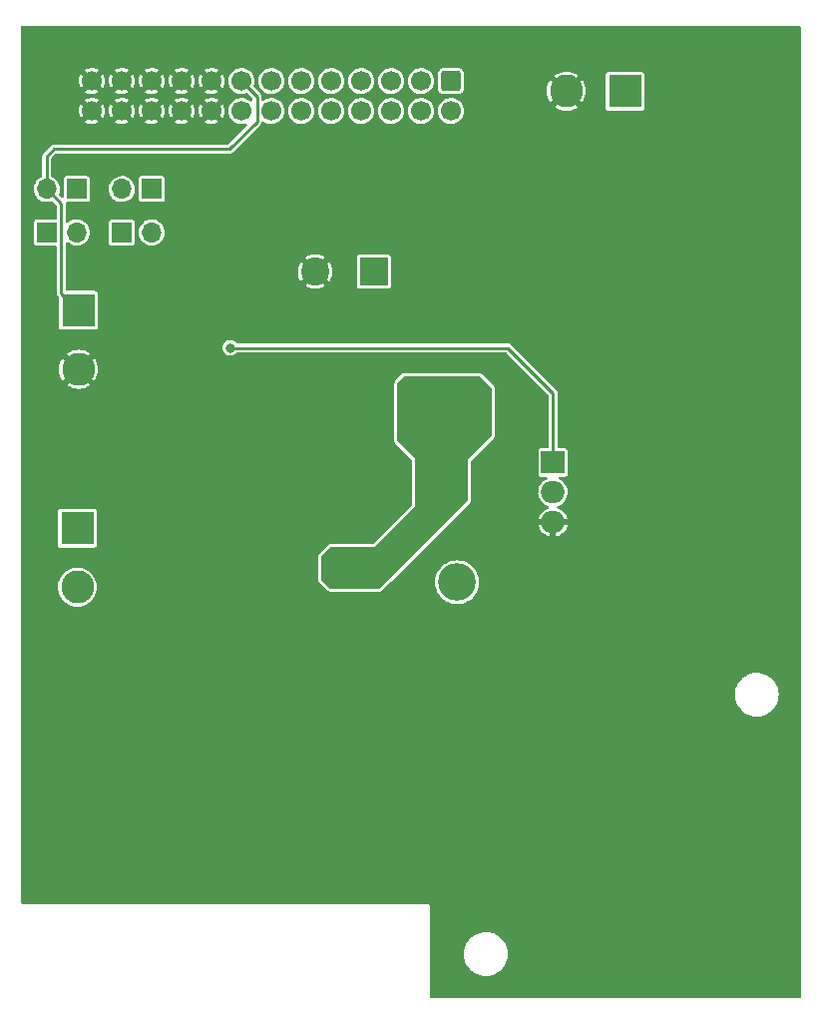
<source format=gbr>
%TF.GenerationSoftware,KiCad,Pcbnew,(6.0.0-0)*%
%TF.CreationDate,2023-01-16T12:55:46-05:00*%
%TF.ProjectId,Spindle_Driver,5370696e-646c-4655-9f44-72697665722e,rev?*%
%TF.SameCoordinates,Original*%
%TF.FileFunction,Copper,L2,Bot*%
%TF.FilePolarity,Positive*%
%FSLAX46Y46*%
G04 Gerber Fmt 4.6, Leading zero omitted, Abs format (unit mm)*
G04 Created by KiCad (PCBNEW (6.0.0-0)) date 2023-01-16 12:55:46*
%MOMM*%
%LPD*%
G01*
G04 APERTURE LIST*
G04 Aperture macros list*
%AMRoundRect*
0 Rectangle with rounded corners*
0 $1 Rounding radius*
0 $2 $3 $4 $5 $6 $7 $8 $9 X,Y pos of 4 corners*
0 Add a 4 corners polygon primitive as box body*
4,1,4,$2,$3,$4,$5,$6,$7,$8,$9,$2,$3,0*
0 Add four circle primitives for the rounded corners*
1,1,$1+$1,$2,$3*
1,1,$1+$1,$4,$5*
1,1,$1+$1,$6,$7*
1,1,$1+$1,$8,$9*
0 Add four rect primitives between the rounded corners*
20,1,$1+$1,$2,$3,$4,$5,0*
20,1,$1+$1,$4,$5,$6,$7,0*
20,1,$1+$1,$6,$7,$8,$9,0*
20,1,$1+$1,$8,$9,$2,$3,0*%
G04 Aperture macros list end*
%TA.AperFunction,ComponentPad*%
%ADD10R,2.400000X2.400000*%
%TD*%
%TA.AperFunction,ComponentPad*%
%ADD11C,2.400000*%
%TD*%
%TA.AperFunction,ComponentPad*%
%ADD12R,1.700000X1.700000*%
%TD*%
%TA.AperFunction,ComponentPad*%
%ADD13O,1.700000X1.700000*%
%TD*%
%TA.AperFunction,ComponentPad*%
%ADD14R,2.800000X2.800000*%
%TD*%
%TA.AperFunction,ComponentPad*%
%ADD15C,2.800000*%
%TD*%
%TA.AperFunction,ComponentPad*%
%ADD16R,3.200000X3.200000*%
%TD*%
%TA.AperFunction,ComponentPad*%
%ADD17O,3.200000X3.200000*%
%TD*%
%TA.AperFunction,ComponentPad*%
%ADD18R,2.000000X1.905000*%
%TD*%
%TA.AperFunction,ComponentPad*%
%ADD19O,2.000000X1.905000*%
%TD*%
%TA.AperFunction,ComponentPad*%
%ADD20RoundRect,0.250000X-0.600000X0.600000X-0.600000X-0.600000X0.600000X-0.600000X0.600000X0.600000X0*%
%TD*%
%TA.AperFunction,ComponentPad*%
%ADD21C,1.700000*%
%TD*%
%TA.AperFunction,ViaPad*%
%ADD22C,0.800000*%
%TD*%
%TA.AperFunction,Conductor*%
%ADD23C,0.254000*%
%TD*%
G04 APERTURE END LIST*
D10*
%TO.P,C1,1*%
%TO.N,+24V*%
X163500000Y-88100000D03*
D11*
%TO.P,C1,2*%
%TO.N,GND*%
X158500000Y-88100000D03*
%TD*%
D12*
%TO.P,J5,1,Pin_1*%
%TO.N,Net-(J5-Pad1)*%
X144650000Y-81110000D03*
D13*
%TO.P,J5,2,Pin_2*%
%TO.N,Net-(J5-Pad2)*%
X142110000Y-81110000D03*
%TD*%
D14*
%TO.P,J4,1,Pin_1*%
%TO.N,/Motor+*%
X138330000Y-109880000D03*
D15*
%TO.P,J4,2,Pin_2*%
%TO.N,/Motor-*%
X138330000Y-114880000D03*
%TD*%
D12*
%TO.P,J9,1,Pin_1*%
%TO.N,Net-(J8-Pad16)*%
X135725000Y-84800000D03*
D13*
%TO.P,J9,2,Pin_2*%
%TO.N,Net-(J8-Pad14)*%
X138265000Y-84800000D03*
%TD*%
D12*
%TO.P,J6,1,Pin_1*%
%TO.N,Net-(J6-Pad1)*%
X142100000Y-84800000D03*
D13*
%TO.P,J6,2,Pin_2*%
%TO.N,Net-(J6-Pad2)*%
X144640000Y-84800000D03*
%TD*%
D14*
%TO.P,J3,1,Pin_1*%
%TO.N,/PWM*%
X138425000Y-91400000D03*
D15*
%TO.P,J3,2,Pin_2*%
%TO.N,GND*%
X138425000Y-96400000D03*
%TD*%
D12*
%TO.P,J7,1,Pin_1*%
%TO.N,Net-(J7-Pad1)*%
X138275000Y-81110000D03*
D13*
%TO.P,J7,2,Pin_2*%
%TO.N,/PWM*%
X135735000Y-81110000D03*
%TD*%
D16*
%TO.P,D1,1,K*%
%TO.N,+24V*%
X170545000Y-99220000D03*
D17*
%TO.P,D1,2,A*%
%TO.N,/net_D*%
X170545000Y-114460000D03*
%TD*%
D18*
%TO.P,Q1,1,G*%
%TO.N,Net-(Q1-Pad1)*%
X178700000Y-104300000D03*
D19*
%TO.P,Q1,2,D*%
%TO.N,/net_D*%
X178700000Y-106840000D03*
%TO.P,Q1,3,S*%
%TO.N,GND*%
X178700000Y-109380000D03*
%TD*%
D20*
%TO.P,J8,1,Pin_1*%
%TO.N,+24V*%
X170040000Y-71947500D03*
D21*
%TO.P,J8,2,Pin_2*%
X170040000Y-74487500D03*
%TO.P,J8,3,Pin_3*%
X167500000Y-71947500D03*
%TO.P,J8,4,Pin_4*%
X167500000Y-74487500D03*
%TO.P,J8,5,Pin_5*%
X164960000Y-71947500D03*
%TO.P,J8,6,Pin_6*%
X164960000Y-74487500D03*
%TO.P,J8,7,Pin_7*%
X162420000Y-71947500D03*
%TO.P,J8,8,Pin_8*%
X162420000Y-74487500D03*
%TO.P,J8,9,Pin_9*%
%TO.N,Net-(J5-Pad1)*%
X159880000Y-71947500D03*
%TO.P,J8,10,Pin_10*%
%TO.N,Net-(J6-Pad2)*%
X159880000Y-74487500D03*
%TO.P,J8,11,Pin_11*%
%TO.N,Net-(J5-Pad2)*%
X157340000Y-71947500D03*
%TO.P,J8,12,Pin_12*%
%TO.N,Net-(J6-Pad1)*%
X157340000Y-74487500D03*
%TO.P,J8,13,Pin_13*%
%TO.N,Net-(J7-Pad1)*%
X154800000Y-71947500D03*
%TO.P,J8,14,Pin_14*%
%TO.N,Net-(J8-Pad14)*%
X154800000Y-74487500D03*
%TO.P,J8,15,Pin_15*%
%TO.N,/PWM*%
X152260000Y-71947500D03*
%TO.P,J8,16,Pin_16*%
%TO.N,Net-(J8-Pad16)*%
X152260000Y-74487500D03*
%TO.P,J8,17,Pin_17*%
%TO.N,GND*%
X149720000Y-71947500D03*
%TO.P,J8,18,Pin_18*%
X149720000Y-74487500D03*
%TO.P,J8,19,Pin_19*%
X147180000Y-71947500D03*
%TO.P,J8,20,Pin_20*%
X147180000Y-74487500D03*
%TO.P,J8,21,Pin_21*%
X144640000Y-71947500D03*
%TO.P,J8,22,Pin_22*%
X144640000Y-74487500D03*
%TO.P,J8,23,Pin_23*%
X142100000Y-71947500D03*
%TO.P,J8,24,Pin_24*%
X142100000Y-74487500D03*
%TO.P,J8,25,Pin_25*%
X139560000Y-71947500D03*
%TO.P,J8,26,Pin_26*%
X139560000Y-74487500D03*
%TD*%
D14*
%TO.P,J1,1,Pin_1*%
%TO.N,+24V*%
X184825000Y-72800000D03*
D15*
%TO.P,J1,2,Pin_2*%
%TO.N,GND*%
X179825000Y-72800000D03*
%TD*%
D22*
%TO.N,GND*%
X161600000Y-116200000D03*
X163200000Y-116200000D03*
%TO.N,+24V*%
X173000000Y-100000000D03*
X163210000Y-114480000D03*
X166000000Y-102000000D03*
X168000000Y-98000000D03*
X168000000Y-100000000D03*
X160010000Y-114480000D03*
X170000000Y-102000000D03*
X168000000Y-102000000D03*
X166000000Y-100000000D03*
X166000000Y-98000000D03*
%TO.N,GND*%
X151320000Y-96420000D03*
X191720000Y-70860000D03*
%TO.N,Net-(Q1-Pad1)*%
X151305000Y-94587500D03*
%TD*%
D23*
%TO.N,/PWM*%
X151260000Y-77730000D02*
X136340000Y-77730000D01*
X153569489Y-73256989D02*
X153569489Y-75420511D01*
X136340000Y-77730000D02*
X135735000Y-78335000D01*
X135735000Y-78335000D02*
X135735000Y-81110000D01*
X135735000Y-81110000D02*
X136955511Y-82330511D01*
X152260000Y-71947500D02*
X153569489Y-73256989D01*
X153569489Y-75420511D02*
X151260000Y-77730000D01*
X136955511Y-82330511D02*
X136955511Y-89930511D01*
X136955511Y-89930511D02*
X138425000Y-91400000D01*
%TO.N,Net-(Q1-Pad1)*%
X178700000Y-98410000D02*
X178700000Y-104300000D01*
X151305000Y-94587500D02*
X174877500Y-94587500D01*
X174877500Y-94587500D02*
X178700000Y-98410000D01*
%TD*%
%TA.AperFunction,Conductor*%
%TO.N,GND*%
G36*
X199688121Y-67274002D02*
G01*
X199734614Y-67327658D01*
X199746000Y-67380000D01*
X199746000Y-149620000D01*
X199725998Y-149688121D01*
X199672342Y-149734614D01*
X199620000Y-149746000D01*
X168380000Y-149746000D01*
X168311879Y-149725998D01*
X168265386Y-149672342D01*
X168254000Y-149620000D01*
X168254000Y-146042186D01*
X171141018Y-146042186D01*
X171166579Y-146310100D01*
X171230547Y-146571518D01*
X171331583Y-146820963D01*
X171467569Y-147053210D01*
X171635658Y-147263395D01*
X171832327Y-147447113D01*
X172053457Y-147600516D01*
X172294416Y-147720391D01*
X172298750Y-147721812D01*
X172298753Y-147721813D01*
X172545823Y-147802807D01*
X172545829Y-147802808D01*
X172550156Y-147804227D01*
X172554647Y-147805007D01*
X172554648Y-147805007D01*
X172811538Y-147849611D01*
X172811546Y-147849612D01*
X172815319Y-147850267D01*
X172819156Y-147850458D01*
X172898777Y-147854422D01*
X172898785Y-147854422D01*
X172900348Y-147854500D01*
X173068374Y-147854500D01*
X173070642Y-147854335D01*
X173070654Y-147854335D01*
X173201457Y-147844844D01*
X173268425Y-147839985D01*
X173272880Y-147839001D01*
X173272883Y-147839001D01*
X173526770Y-147782947D01*
X173526772Y-147782946D01*
X173531226Y-147781963D01*
X173782900Y-147686613D01*
X174018172Y-147555931D01*
X174164842Y-147443996D01*
X174228491Y-147395421D01*
X174228495Y-147395417D01*
X174232116Y-147392654D01*
X174420249Y-147200203D01*
X174527242Y-147053210D01*
X174575942Y-146986304D01*
X174575947Y-146986297D01*
X174578630Y-146982610D01*
X174703941Y-146744433D01*
X174793557Y-146490662D01*
X174818688Y-146363156D01*
X174844720Y-146231083D01*
X174844721Y-146231077D01*
X174845601Y-146226611D01*
X174854782Y-146042186D01*
X174858755Y-145962383D01*
X174858755Y-145962377D01*
X174858982Y-145957814D01*
X174833421Y-145689900D01*
X174769453Y-145428482D01*
X174668417Y-145179037D01*
X174532431Y-144946790D01*
X174364342Y-144736605D01*
X174167673Y-144552887D01*
X173946543Y-144399484D01*
X173705584Y-144279609D01*
X173701250Y-144278188D01*
X173701247Y-144278187D01*
X173454177Y-144197193D01*
X173454171Y-144197192D01*
X173449844Y-144195773D01*
X173445352Y-144194993D01*
X173188462Y-144150389D01*
X173188454Y-144150388D01*
X173184681Y-144149733D01*
X173174718Y-144149237D01*
X173101223Y-144145578D01*
X173101215Y-144145578D01*
X173099652Y-144145500D01*
X172931626Y-144145500D01*
X172929358Y-144145665D01*
X172929346Y-144145665D01*
X172798543Y-144155156D01*
X172731575Y-144160015D01*
X172727120Y-144160999D01*
X172727117Y-144160999D01*
X172473230Y-144217053D01*
X172473228Y-144217054D01*
X172468774Y-144218037D01*
X172217100Y-144313387D01*
X171981828Y-144444069D01*
X171978196Y-144446841D01*
X171771509Y-144604579D01*
X171771505Y-144604583D01*
X171767884Y-144607346D01*
X171579751Y-144799797D01*
X171577066Y-144803486D01*
X171424058Y-145013696D01*
X171424053Y-145013703D01*
X171421370Y-145017390D01*
X171296059Y-145255567D01*
X171206443Y-145509338D01*
X171205560Y-145513820D01*
X171170855Y-145689900D01*
X171154399Y-145773389D01*
X171154172Y-145777942D01*
X171154172Y-145777945D01*
X171144991Y-145962383D01*
X171141018Y-146042186D01*
X168254000Y-146042186D01*
X168254000Y-142037425D01*
X168256421Y-142012844D01*
X168256555Y-142012170D01*
X168258976Y-142000000D01*
X168239263Y-141900894D01*
X168183124Y-141816876D01*
X168099106Y-141760737D01*
X168025017Y-141746000D01*
X168012172Y-141743445D01*
X168000000Y-141741024D01*
X167987153Y-141743579D01*
X167962575Y-141746000D01*
X133680000Y-141746000D01*
X133611879Y-141725998D01*
X133565386Y-141672342D01*
X133554000Y-141620000D01*
X133554000Y-124042186D01*
X194141018Y-124042186D01*
X194166579Y-124310100D01*
X194230547Y-124571518D01*
X194331583Y-124820963D01*
X194467569Y-125053210D01*
X194635658Y-125263395D01*
X194832327Y-125447113D01*
X195053457Y-125600516D01*
X195294416Y-125720391D01*
X195298750Y-125721812D01*
X195298753Y-125721813D01*
X195545823Y-125802807D01*
X195545829Y-125802808D01*
X195550156Y-125804227D01*
X195554647Y-125805007D01*
X195554648Y-125805007D01*
X195811538Y-125849611D01*
X195811546Y-125849612D01*
X195815319Y-125850267D01*
X195819156Y-125850458D01*
X195898777Y-125854422D01*
X195898785Y-125854422D01*
X195900348Y-125854500D01*
X196068374Y-125854500D01*
X196070642Y-125854335D01*
X196070654Y-125854335D01*
X196201457Y-125844844D01*
X196268425Y-125839985D01*
X196272880Y-125839001D01*
X196272883Y-125839001D01*
X196526770Y-125782947D01*
X196526772Y-125782946D01*
X196531226Y-125781963D01*
X196782900Y-125686613D01*
X197018172Y-125555931D01*
X197164842Y-125443996D01*
X197228491Y-125395421D01*
X197228495Y-125395417D01*
X197232116Y-125392654D01*
X197420249Y-125200203D01*
X197527242Y-125053210D01*
X197575942Y-124986304D01*
X197575947Y-124986297D01*
X197578630Y-124982610D01*
X197703941Y-124744433D01*
X197793557Y-124490662D01*
X197818688Y-124363156D01*
X197844720Y-124231083D01*
X197844721Y-124231077D01*
X197845601Y-124226611D01*
X197854782Y-124042186D01*
X197858755Y-123962383D01*
X197858755Y-123962377D01*
X197858982Y-123957814D01*
X197833421Y-123689900D01*
X197769453Y-123428482D01*
X197668417Y-123179037D01*
X197532431Y-122946790D01*
X197364342Y-122736605D01*
X197167673Y-122552887D01*
X196946543Y-122399484D01*
X196705584Y-122279609D01*
X196701250Y-122278188D01*
X196701247Y-122278187D01*
X196454177Y-122197193D01*
X196454171Y-122197192D01*
X196449844Y-122195773D01*
X196445352Y-122194993D01*
X196188462Y-122150389D01*
X196188454Y-122150388D01*
X196184681Y-122149733D01*
X196174718Y-122149237D01*
X196101223Y-122145578D01*
X196101215Y-122145578D01*
X196099652Y-122145500D01*
X195931626Y-122145500D01*
X195929358Y-122145665D01*
X195929346Y-122145665D01*
X195798543Y-122155156D01*
X195731575Y-122160015D01*
X195727120Y-122160999D01*
X195727117Y-122160999D01*
X195473230Y-122217053D01*
X195473228Y-122217054D01*
X195468774Y-122218037D01*
X195217100Y-122313387D01*
X194981828Y-122444069D01*
X194978196Y-122446841D01*
X194771509Y-122604579D01*
X194771505Y-122604583D01*
X194767884Y-122607346D01*
X194579751Y-122799797D01*
X194577066Y-122803486D01*
X194424058Y-123013696D01*
X194424053Y-123013703D01*
X194421370Y-123017390D01*
X194296059Y-123255567D01*
X194206443Y-123509338D01*
X194205560Y-123513820D01*
X194170855Y-123689900D01*
X194154399Y-123773389D01*
X194154172Y-123777942D01*
X194154172Y-123777945D01*
X194144991Y-123962383D01*
X194141018Y-124042186D01*
X133554000Y-124042186D01*
X133554000Y-114880000D01*
X136670384Y-114880000D01*
X136690817Y-115139621D01*
X136691971Y-115144428D01*
X136691972Y-115144434D01*
X136730915Y-115306642D01*
X136751611Y-115392850D01*
X136753504Y-115397421D01*
X136753505Y-115397423D01*
X136848079Y-115625743D01*
X136851271Y-115633450D01*
X136987342Y-115855498D01*
X136990553Y-115859258D01*
X136990557Y-115859263D01*
X137092242Y-115978320D01*
X137156474Y-116053526D01*
X137160236Y-116056739D01*
X137350737Y-116219443D01*
X137350742Y-116219447D01*
X137354502Y-116222658D01*
X137576550Y-116358729D01*
X137581120Y-116360622D01*
X137581124Y-116360624D01*
X137812577Y-116456495D01*
X137817150Y-116458389D01*
X137903358Y-116479085D01*
X138065566Y-116518028D01*
X138065572Y-116518029D01*
X138070379Y-116519183D01*
X138330000Y-116539616D01*
X138589621Y-116519183D01*
X138594428Y-116518029D01*
X138594434Y-116518028D01*
X138756642Y-116479085D01*
X138842850Y-116458389D01*
X138847423Y-116456495D01*
X139078876Y-116360624D01*
X139078880Y-116360622D01*
X139083450Y-116358729D01*
X139305498Y-116222658D01*
X139309258Y-116219447D01*
X139309263Y-116219443D01*
X139499764Y-116056739D01*
X139503526Y-116053526D01*
X139567758Y-115978320D01*
X139669443Y-115859263D01*
X139669447Y-115859258D01*
X139672658Y-115855498D01*
X139808729Y-115633450D01*
X139811922Y-115625743D01*
X139906495Y-115397423D01*
X139906496Y-115397421D01*
X139908389Y-115392850D01*
X139929085Y-115306642D01*
X139968028Y-115144434D01*
X139968029Y-115144428D01*
X139969183Y-115139621D01*
X139989616Y-114880000D01*
X139969183Y-114620379D01*
X139908389Y-114367150D01*
X139849491Y-114224957D01*
X139838246Y-114197810D01*
X158746000Y-114197810D01*
X158747455Y-114224957D01*
X158750334Y-114251740D01*
X158779950Y-114346325D01*
X158782916Y-114351757D01*
X158782917Y-114351759D01*
X158793949Y-114371962D01*
X158813976Y-114408637D01*
X158816671Y-114412237D01*
X158854603Y-114462908D01*
X158854607Y-114462912D01*
X158857300Y-114466510D01*
X159533490Y-115142700D01*
X159534743Y-115143826D01*
X159534753Y-115143835D01*
X159535420Y-115144434D01*
X159553712Y-115160865D01*
X159574686Y-115177768D01*
X159662509Y-115223709D01*
X159668447Y-115225452D01*
X159668448Y-115225453D01*
X159686278Y-115230688D01*
X159730630Y-115243711D01*
X159735089Y-115244352D01*
X159735093Y-115244353D01*
X159759166Y-115247814D01*
X159802190Y-115254000D01*
X163947810Y-115254000D01*
X163974957Y-115252545D01*
X163976628Y-115252365D01*
X163976645Y-115252364D01*
X163990599Y-115250864D01*
X164001740Y-115249666D01*
X164096325Y-115220050D01*
X164101757Y-115217084D01*
X164101759Y-115217083D01*
X164154689Y-115188180D01*
X164154691Y-115188179D01*
X164158637Y-115186024D01*
X164192245Y-115160865D01*
X164212908Y-115145397D01*
X164212912Y-115145393D01*
X164216510Y-115142700D01*
X164957610Y-114401600D01*
X168686680Y-114401600D01*
X168696991Y-114664022D01*
X168744174Y-114922373D01*
X168745583Y-114926596D01*
X168818060Y-115143835D01*
X168827289Y-115171499D01*
X168886228Y-115289455D01*
X168935488Y-115388038D01*
X168944677Y-115406429D01*
X169093995Y-115622474D01*
X169097011Y-115625736D01*
X169097016Y-115625743D01*
X169269249Y-115812063D01*
X169269254Y-115812067D01*
X169272265Y-115815325D01*
X169475929Y-115981134D01*
X169479747Y-115983433D01*
X169479749Y-115983434D01*
X169631827Y-116074992D01*
X169700924Y-116116592D01*
X169813947Y-116164451D01*
X169938663Y-116217262D01*
X169938666Y-116217263D01*
X169942761Y-116218997D01*
X169947053Y-116220135D01*
X169947056Y-116220136D01*
X170192317Y-116285166D01*
X170192321Y-116285167D01*
X170196614Y-116286305D01*
X170201023Y-116286827D01*
X170201029Y-116286828D01*
X170371509Y-116307005D01*
X170457418Y-116317173D01*
X170719970Y-116310986D01*
X170800543Y-116297575D01*
X170974640Y-116268597D01*
X170974644Y-116268596D01*
X170979030Y-116267866D01*
X170983271Y-116266525D01*
X170983274Y-116266524D01*
X171225185Y-116190018D01*
X171225187Y-116190017D01*
X171229431Y-116188675D01*
X171233442Y-116186749D01*
X171233447Y-116186747D01*
X171462156Y-116076922D01*
X171462157Y-116076921D01*
X171466175Y-116074992D01*
X171575984Y-116001620D01*
X171680831Y-115931563D01*
X171680835Y-115931560D01*
X171684539Y-115929085D01*
X171687856Y-115926114D01*
X171687860Y-115926111D01*
X171876849Y-115756839D01*
X171876850Y-115756838D01*
X171880167Y-115753867D01*
X172049154Y-115552832D01*
X172188130Y-115329992D01*
X172221767Y-115253908D01*
X172292522Y-115093861D01*
X172294320Y-115089794D01*
X172365607Y-114837030D01*
X172388845Y-114664022D01*
X172400141Y-114579924D01*
X172400142Y-114579916D01*
X172400568Y-114576742D01*
X172403932Y-114469697D01*
X172404136Y-114463222D01*
X172404136Y-114463217D01*
X172404237Y-114460000D01*
X172385689Y-114198031D01*
X172372339Y-114136020D01*
X172331350Y-113945636D01*
X172331350Y-113945634D01*
X172330414Y-113941289D01*
X172239515Y-113694897D01*
X172114806Y-113463771D01*
X171958775Y-113252522D01*
X171948390Y-113241972D01*
X171777666Y-113068547D01*
X171774535Y-113065366D01*
X171565764Y-112906036D01*
X171336625Y-112777712D01*
X171332466Y-112776103D01*
X171095846Y-112684561D01*
X171095840Y-112684559D01*
X171091691Y-112682954D01*
X171087359Y-112681950D01*
X171087356Y-112681949D01*
X170982747Y-112657702D01*
X170835849Y-112623653D01*
X170574204Y-112600992D01*
X170569769Y-112601236D01*
X170569765Y-112601236D01*
X170316419Y-112615179D01*
X170316412Y-112615180D01*
X170311976Y-112615424D01*
X170054397Y-112666659D01*
X169806608Y-112753677D01*
X169802657Y-112755730D01*
X169802651Y-112755732D01*
X169577501Y-112872688D01*
X169573551Y-112874740D01*
X169569936Y-112877323D01*
X169569930Y-112877327D01*
X169525975Y-112908738D01*
X169359878Y-113027433D01*
X169169851Y-113208710D01*
X169167095Y-113212206D01*
X169167094Y-113212207D01*
X169095120Y-113303505D01*
X169007261Y-113414954D01*
X168947898Y-113517156D01*
X168877588Y-113638202D01*
X168877585Y-113638208D01*
X168875354Y-113642049D01*
X168873684Y-113646172D01*
X168852257Y-113699074D01*
X168776761Y-113885464D01*
X168775690Y-113889777D01*
X168775688Y-113889782D01*
X168762894Y-113941289D01*
X168713448Y-114140343D01*
X168686680Y-114401600D01*
X164957610Y-114401600D01*
X169706489Y-109652721D01*
X177475093Y-109652721D01*
X177481140Y-109687909D01*
X177484118Y-109699026D01*
X177556866Y-109896218D01*
X177561818Y-109906600D01*
X177669285Y-110087236D01*
X177676049Y-110096545D01*
X177814637Y-110254575D01*
X177822972Y-110262485D01*
X177988041Y-110392614D01*
X177997692Y-110398882D01*
X178183698Y-110496744D01*
X178194332Y-110501149D01*
X178395063Y-110563478D01*
X178406317Y-110565870D01*
X178428012Y-110568438D01*
X178442431Y-110565995D01*
X178445629Y-110554579D01*
X178954000Y-110554579D01*
X178958271Y-110569124D01*
X178968339Y-110570835D01*
X178973872Y-110569810D01*
X179176164Y-110512758D01*
X179186903Y-110508636D01*
X179375415Y-110415673D01*
X179385222Y-110409663D01*
X179553641Y-110283899D01*
X179562181Y-110276210D01*
X179704863Y-110121857D01*
X179711864Y-110112732D01*
X179824024Y-109934969D01*
X179829245Y-109924722D01*
X179907132Y-109729497D01*
X179910398Y-109718470D01*
X179923665Y-109651770D01*
X179922513Y-109638894D01*
X179907360Y-109634000D01*
X178972115Y-109634000D01*
X178956876Y-109638475D01*
X178955671Y-109639865D01*
X178954000Y-109647548D01*
X178954000Y-110554579D01*
X178445629Y-110554579D01*
X178446000Y-110553254D01*
X178446000Y-109652115D01*
X178441525Y-109636876D01*
X178440135Y-109635671D01*
X178432452Y-109634000D01*
X177489991Y-109634000D01*
X177477029Y-109637806D01*
X177475093Y-109652721D01*
X169706489Y-109652721D01*
X171642700Y-107716510D01*
X171660865Y-107696288D01*
X171677768Y-107675314D01*
X171723709Y-107587491D01*
X171743711Y-107519370D01*
X171754000Y-107447810D01*
X171754000Y-104157400D01*
X171774002Y-104089279D01*
X171790905Y-104068305D01*
X173642700Y-102216510D01*
X173660865Y-102196288D01*
X173677768Y-102175314D01*
X173723709Y-102087491D01*
X173743711Y-102019370D01*
X173754000Y-101947810D01*
X173754000Y-98052190D01*
X173752545Y-98025043D01*
X173749666Y-97998260D01*
X173720050Y-97903675D01*
X173704772Y-97875695D01*
X173688180Y-97845311D01*
X173688179Y-97845309D01*
X173686024Y-97841363D01*
X173681735Y-97835634D01*
X173645397Y-97787092D01*
X173645393Y-97787088D01*
X173642700Y-97783490D01*
X172716510Y-96857300D01*
X172715257Y-96856174D01*
X172715247Y-96856165D01*
X172697559Y-96840277D01*
X172696288Y-96839135D01*
X172675314Y-96822232D01*
X172587491Y-96776291D01*
X172581553Y-96774548D01*
X172581552Y-96774547D01*
X172547467Y-96764539D01*
X172519370Y-96756289D01*
X172514911Y-96755648D01*
X172514907Y-96755647D01*
X172477953Y-96750334D01*
X172447810Y-96746000D01*
X166052190Y-96746000D01*
X166025043Y-96747455D01*
X166023372Y-96747635D01*
X166023355Y-96747636D01*
X166009401Y-96749136D01*
X165998260Y-96750334D01*
X165903675Y-96779950D01*
X165898243Y-96782916D01*
X165898241Y-96782917D01*
X165845311Y-96811820D01*
X165841363Y-96813976D01*
X165837763Y-96816671D01*
X165787092Y-96854603D01*
X165787088Y-96854607D01*
X165783490Y-96857300D01*
X165357300Y-97283490D01*
X165339135Y-97303712D01*
X165322232Y-97324686D01*
X165276291Y-97412509D01*
X165256289Y-97480630D01*
X165246000Y-97552190D01*
X165246000Y-102447810D01*
X165247455Y-102474957D01*
X165250334Y-102501740D01*
X165279950Y-102596325D01*
X165313976Y-102658637D01*
X165316671Y-102662237D01*
X165354603Y-102712908D01*
X165354607Y-102712912D01*
X165357300Y-102716510D01*
X166709095Y-104068305D01*
X166743121Y-104130617D01*
X166746000Y-104157400D01*
X166746000Y-107842600D01*
X166725998Y-107910721D01*
X166709095Y-107931695D01*
X163431695Y-111209095D01*
X163369383Y-111243121D01*
X163342600Y-111246000D01*
X159802190Y-111246000D01*
X159775043Y-111247455D01*
X159773372Y-111247635D01*
X159773355Y-111247636D01*
X159759401Y-111249136D01*
X159748260Y-111250334D01*
X159653675Y-111279950D01*
X159648243Y-111282916D01*
X159648241Y-111282917D01*
X159596562Y-111311137D01*
X159591363Y-111313976D01*
X159587763Y-111316671D01*
X159537092Y-111354603D01*
X159537088Y-111354607D01*
X159533490Y-111357300D01*
X158857300Y-112033490D01*
X158839135Y-112053712D01*
X158822232Y-112074686D01*
X158776291Y-112162509D01*
X158756289Y-112230630D01*
X158746000Y-112302190D01*
X158746000Y-114197810D01*
X139838246Y-114197810D01*
X139810624Y-114131124D01*
X139810622Y-114131120D01*
X139808729Y-114126550D01*
X139672658Y-113904502D01*
X139669447Y-113900742D01*
X139669443Y-113900737D01*
X139506739Y-113710236D01*
X139503526Y-113706474D01*
X139484504Y-113690228D01*
X139309263Y-113540557D01*
X139309258Y-113540553D01*
X139305498Y-113537342D01*
X139083450Y-113401271D01*
X139078880Y-113399378D01*
X139078876Y-113399376D01*
X138847423Y-113303505D01*
X138847421Y-113303504D01*
X138842850Y-113301611D01*
X138756642Y-113280915D01*
X138594434Y-113241972D01*
X138594428Y-113241971D01*
X138589621Y-113240817D01*
X138330000Y-113220384D01*
X138070379Y-113240817D01*
X138065572Y-113241971D01*
X138065566Y-113241972D01*
X137903358Y-113280915D01*
X137817150Y-113301611D01*
X137812579Y-113303504D01*
X137812577Y-113303505D01*
X137581124Y-113399376D01*
X137581120Y-113399378D01*
X137576550Y-113401271D01*
X137354502Y-113537342D01*
X137350742Y-113540553D01*
X137350737Y-113540557D01*
X137175496Y-113690228D01*
X137156474Y-113706474D01*
X137153261Y-113710236D01*
X136990557Y-113900737D01*
X136990553Y-113900742D01*
X136987342Y-113904502D01*
X136851271Y-114126550D01*
X136849378Y-114131120D01*
X136849376Y-114131124D01*
X136810509Y-114224957D01*
X136751611Y-114367150D01*
X136690817Y-114620379D01*
X136670384Y-114880000D01*
X133554000Y-114880000D01*
X133554000Y-108454933D01*
X136675500Y-108454933D01*
X136675501Y-111305066D01*
X136682612Y-111340818D01*
X136685354Y-111354603D01*
X136690266Y-111379301D01*
X136746516Y-111463484D01*
X136830699Y-111519734D01*
X136904933Y-111534500D01*
X138329769Y-111534500D01*
X139755066Y-111534499D01*
X139790818Y-111527388D01*
X139817126Y-111522156D01*
X139817128Y-111522155D01*
X139829301Y-111519734D01*
X139839621Y-111512839D01*
X139839622Y-111512838D01*
X139903168Y-111470377D01*
X139913484Y-111463484D01*
X139969734Y-111379301D01*
X139984500Y-111305067D01*
X139984499Y-108454934D01*
X139969734Y-108380699D01*
X139960839Y-108367386D01*
X139920377Y-108306832D01*
X139913484Y-108296516D01*
X139829301Y-108240266D01*
X139755067Y-108225500D01*
X138330231Y-108225500D01*
X136904934Y-108225501D01*
X136876296Y-108231197D01*
X136842874Y-108237844D01*
X136842872Y-108237845D01*
X136830699Y-108240266D01*
X136820379Y-108247161D01*
X136820378Y-108247162D01*
X136802889Y-108258848D01*
X136746516Y-108296516D01*
X136690266Y-108380699D01*
X136675500Y-108454933D01*
X133554000Y-108454933D01*
X133554000Y-97739366D01*
X137450989Y-97739366D01*
X137455416Y-97745694D01*
X137667558Y-97875695D01*
X137676352Y-97880176D01*
X137907733Y-97976017D01*
X137917118Y-97979066D01*
X138160644Y-98037533D01*
X138170391Y-98039076D01*
X138420070Y-98058726D01*
X138429930Y-98058726D01*
X138679609Y-98039076D01*
X138689356Y-98037533D01*
X138932882Y-97979066D01*
X138942267Y-97976017D01*
X139173648Y-97880176D01*
X139182442Y-97875695D01*
X139393163Y-97746565D01*
X139399085Y-97737492D01*
X139393080Y-97727290D01*
X138437812Y-96772022D01*
X138423868Y-96764408D01*
X138422035Y-96764539D01*
X138415420Y-96768790D01*
X137458382Y-97725828D01*
X137450989Y-97739366D01*
X133554000Y-97739366D01*
X133554000Y-96404930D01*
X136766274Y-96404930D01*
X136785924Y-96654609D01*
X136787467Y-96664356D01*
X136845934Y-96907882D01*
X136848983Y-96917267D01*
X136944824Y-97148648D01*
X136949305Y-97157442D01*
X137078435Y-97368163D01*
X137087508Y-97374085D01*
X137097710Y-97368080D01*
X138052978Y-96412812D01*
X138059356Y-96401132D01*
X138789408Y-96401132D01*
X138789539Y-96402965D01*
X138793790Y-96409580D01*
X139750828Y-97366618D01*
X139764366Y-97374011D01*
X139770694Y-97369584D01*
X139900695Y-97157442D01*
X139905176Y-97148648D01*
X140001017Y-96917267D01*
X140004066Y-96907882D01*
X140062533Y-96664356D01*
X140064076Y-96654609D01*
X140083726Y-96404930D01*
X140083726Y-96395070D01*
X140064076Y-96145391D01*
X140062533Y-96135644D01*
X140004066Y-95892118D01*
X140001017Y-95882733D01*
X139905176Y-95651352D01*
X139900695Y-95642558D01*
X139771565Y-95431837D01*
X139762492Y-95425915D01*
X139752290Y-95431920D01*
X138797022Y-96387188D01*
X138789408Y-96401132D01*
X138059356Y-96401132D01*
X138060592Y-96398868D01*
X138060461Y-96397035D01*
X138056210Y-96390420D01*
X137099172Y-95433382D01*
X137085634Y-95425989D01*
X137079306Y-95430416D01*
X136949305Y-95642558D01*
X136944824Y-95651352D01*
X136848983Y-95882733D01*
X136845934Y-95892118D01*
X136787467Y-96135644D01*
X136785924Y-96145391D01*
X136766274Y-96395070D01*
X136766274Y-96404930D01*
X133554000Y-96404930D01*
X133554000Y-95062508D01*
X137450915Y-95062508D01*
X137456920Y-95072710D01*
X138412188Y-96027978D01*
X138426132Y-96035592D01*
X138427965Y-96035461D01*
X138434580Y-96031210D01*
X139391618Y-95074172D01*
X139399011Y-95060634D01*
X139394584Y-95054306D01*
X139182442Y-94924305D01*
X139173648Y-94919824D01*
X138942267Y-94823983D01*
X138932882Y-94820934D01*
X138689356Y-94762467D01*
X138679609Y-94760924D01*
X138429930Y-94741274D01*
X138420070Y-94741274D01*
X138170391Y-94760924D01*
X138160644Y-94762467D01*
X137917118Y-94820934D01*
X137907733Y-94823983D01*
X137676352Y-94919824D01*
X137667558Y-94924305D01*
X137456837Y-95053435D01*
X137450915Y-95062508D01*
X133554000Y-95062508D01*
X133554000Y-94580596D01*
X150645729Y-94580596D01*
X150663113Y-94738053D01*
X150665723Y-94745184D01*
X150665723Y-94745186D01*
X150694559Y-94823983D01*
X150717553Y-94886819D01*
X150721789Y-94893122D01*
X150721789Y-94893123D01*
X150797576Y-95005905D01*
X150805908Y-95018305D01*
X150811527Y-95023418D01*
X150811528Y-95023419D01*
X150867305Y-95074172D01*
X150923076Y-95124919D01*
X151062293Y-95200508D01*
X151215522Y-95240707D01*
X151299477Y-95242026D01*
X151366319Y-95243076D01*
X151366322Y-95243076D01*
X151373916Y-95243195D01*
X151528332Y-95207829D01*
X151598742Y-95172417D01*
X151663072Y-95140063D01*
X151663075Y-95140061D01*
X151669855Y-95136651D01*
X151675626Y-95131722D01*
X151675629Y-95131720D01*
X151784542Y-95038699D01*
X151784543Y-95038698D01*
X151790314Y-95033769D01*
X151794745Y-95027603D01*
X151799150Y-95021473D01*
X151855145Y-94977826D01*
X151901472Y-94969000D01*
X174667288Y-94969000D01*
X174735409Y-94989002D01*
X174756383Y-95005905D01*
X178281595Y-98531118D01*
X178315621Y-98593430D01*
X178318500Y-98620213D01*
X178318500Y-102967001D01*
X178298498Y-103035122D01*
X178244842Y-103081615D01*
X178192500Y-103093001D01*
X177674934Y-103093001D01*
X177639182Y-103100112D01*
X177612874Y-103105344D01*
X177612872Y-103105345D01*
X177600699Y-103107766D01*
X177590379Y-103114661D01*
X177590378Y-103114662D01*
X177529985Y-103155016D01*
X177516516Y-103164016D01*
X177460266Y-103248199D01*
X177445500Y-103322433D01*
X177445501Y-105277566D01*
X177460266Y-105351801D01*
X177516516Y-105435984D01*
X177600699Y-105492234D01*
X177674933Y-105507000D01*
X178086520Y-105507000D01*
X178154641Y-105527002D01*
X178201134Y-105580658D01*
X178211238Y-105650932D01*
X178181744Y-105715512D01*
X178140764Y-105746726D01*
X178035603Y-105796885D01*
X178031042Y-105800162D01*
X178031041Y-105800163D01*
X177922059Y-105878475D01*
X177860633Y-105922614D01*
X177710693Y-106077340D01*
X177590522Y-106256173D01*
X177503919Y-106453460D01*
X177453622Y-106662965D01*
X177453299Y-106668570D01*
X177445286Y-106807541D01*
X177441219Y-106878066D01*
X177467103Y-107091964D01*
X177468753Y-107097326D01*
X177506827Y-107221086D01*
X177530457Y-107297897D01*
X177629277Y-107489357D01*
X177760439Y-107660292D01*
X177801395Y-107697559D01*
X177915652Y-107801525D01*
X177915655Y-107801527D01*
X177919799Y-107805298D01*
X177924550Y-107808279D01*
X177924551Y-107808279D01*
X178097562Y-107916809D01*
X178097566Y-107916811D01*
X178102318Y-107919792D01*
X178288213Y-107994521D01*
X178343954Y-108038485D01*
X178367079Y-108105610D01*
X178350242Y-108174581D01*
X178298790Y-108223501D01*
X178275415Y-108232695D01*
X178223836Y-108247242D01*
X178213097Y-108251364D01*
X178024585Y-108344327D01*
X178014778Y-108350337D01*
X177846359Y-108476101D01*
X177837819Y-108483790D01*
X177695137Y-108638143D01*
X177688136Y-108647268D01*
X177575976Y-108825031D01*
X177570755Y-108835278D01*
X177492868Y-109030503D01*
X177489602Y-109041530D01*
X177476335Y-109108230D01*
X177477487Y-109121106D01*
X177492640Y-109126000D01*
X179910009Y-109126000D01*
X179922971Y-109122194D01*
X179924907Y-109107279D01*
X179918860Y-109072091D01*
X179915882Y-109060974D01*
X179843134Y-108863782D01*
X179838182Y-108853400D01*
X179730715Y-108672764D01*
X179723951Y-108663455D01*
X179585363Y-108505425D01*
X179577028Y-108497515D01*
X179411959Y-108367386D01*
X179402308Y-108361118D01*
X179216302Y-108263256D01*
X179205661Y-108258848D01*
X179116612Y-108231197D01*
X179057487Y-108191894D01*
X179028997Y-108126865D01*
X179040187Y-108056756D01*
X179087504Y-108003826D01*
X179120729Y-107989331D01*
X179169927Y-107975872D01*
X179174985Y-107973460D01*
X179174989Y-107973458D01*
X179359330Y-107885532D01*
X179359332Y-107885531D01*
X179364397Y-107883115D01*
X179368959Y-107879837D01*
X179534807Y-107760663D01*
X179534809Y-107760661D01*
X179539367Y-107757386D01*
X179689307Y-107602660D01*
X179809478Y-107423827D01*
X179896081Y-107226540D01*
X179946378Y-107017035D01*
X179954391Y-106878066D01*
X179958458Y-106807541D01*
X179958458Y-106807538D01*
X179958781Y-106801934D01*
X179932897Y-106588036D01*
X179901220Y-106485070D01*
X179871193Y-106387465D01*
X179871191Y-106387461D01*
X179869543Y-106382103D01*
X179770723Y-106190643D01*
X179639561Y-106019708D01*
X179532856Y-105922614D01*
X179484348Y-105878475D01*
X179484345Y-105878473D01*
X179480201Y-105874702D01*
X179361376Y-105800163D01*
X179302438Y-105763191D01*
X179302434Y-105763189D01*
X179297682Y-105760208D01*
X179272053Y-105749905D01*
X179216310Y-105705939D01*
X179193185Y-105638815D01*
X179210022Y-105569843D01*
X179261474Y-105520923D01*
X179319050Y-105506999D01*
X179725066Y-105506999D01*
X179760818Y-105499888D01*
X179787126Y-105494656D01*
X179787128Y-105494655D01*
X179799301Y-105492234D01*
X179809621Y-105485339D01*
X179809622Y-105485338D01*
X179873168Y-105442877D01*
X179883484Y-105435984D01*
X179939734Y-105351801D01*
X179954500Y-105277567D01*
X179954499Y-103322434D01*
X179939734Y-103248199D01*
X179883484Y-103164016D01*
X179799301Y-103107766D01*
X179725067Y-103093000D01*
X179207500Y-103093000D01*
X179139379Y-103072998D01*
X179092886Y-103019342D01*
X179081500Y-102967000D01*
X179081500Y-98464136D01*
X179084085Y-98439847D01*
X179084153Y-98438400D01*
X179086345Y-98428220D01*
X179082373Y-98394660D01*
X179082020Y-98388679D01*
X179081928Y-98388687D01*
X179081500Y-98383508D01*
X179081500Y-98378308D01*
X179080647Y-98373181D01*
X179080646Y-98373173D01*
X179078312Y-98359151D01*
X179077475Y-98353275D01*
X179072641Y-98312431D01*
X179072640Y-98312429D01*
X179071417Y-98302092D01*
X179067433Y-98293795D01*
X179065922Y-98284717D01*
X179060978Y-98275555D01*
X179060977Y-98275551D01*
X179041447Y-98239356D01*
X179038751Y-98234066D01*
X179019871Y-98194747D01*
X179019871Y-98194746D01*
X179016440Y-98187602D01*
X179012830Y-98183308D01*
X179010898Y-98181376D01*
X179009111Y-98179427D01*
X179009082Y-98179374D01*
X179009212Y-98179254D01*
X179008710Y-98178685D01*
X179005612Y-98172943D01*
X178965792Y-98136133D01*
X178962227Y-98132704D01*
X175185544Y-94356021D01*
X175170185Y-94337005D01*
X175169219Y-94335944D01*
X175163571Y-94327196D01*
X175137028Y-94306271D01*
X175132553Y-94302294D01*
X175132492Y-94302365D01*
X175128535Y-94299012D01*
X175124852Y-94295329D01*
X175109061Y-94284045D01*
X175104315Y-94280482D01*
X175072007Y-94255012D01*
X175072006Y-94255011D01*
X175063830Y-94248566D01*
X175055143Y-94245515D01*
X175047657Y-94240166D01*
X175037681Y-94237183D01*
X175037680Y-94237182D01*
X174998289Y-94225402D01*
X174992657Y-94223572D01*
X174943998Y-94206484D01*
X174938409Y-94206000D01*
X174935698Y-94206000D01*
X174933031Y-94205885D01*
X174932968Y-94205866D01*
X174932975Y-94205692D01*
X174932229Y-94205645D01*
X174925976Y-94203775D01*
X174877192Y-94205692D01*
X174871822Y-94205903D01*
X174866875Y-94206000D01*
X151903283Y-94206000D01*
X151835162Y-94185998D01*
X151808768Y-94163324D01*
X151803854Y-94157750D01*
X151799553Y-94151492D01*
X151681275Y-94046111D01*
X151673889Y-94042200D01*
X151547988Y-93975539D01*
X151547989Y-93975539D01*
X151541274Y-93971984D01*
X151387633Y-93933392D01*
X151380034Y-93933352D01*
X151380033Y-93933352D01*
X151314181Y-93933007D01*
X151229221Y-93932562D01*
X151221841Y-93934334D01*
X151221839Y-93934334D01*
X151082563Y-93967771D01*
X151082560Y-93967772D01*
X151075184Y-93969543D01*
X150934414Y-94042200D01*
X150815039Y-94146338D01*
X150723950Y-94275944D01*
X150666406Y-94423537D01*
X150645729Y-94580596D01*
X133554000Y-94580596D01*
X133554000Y-83924933D01*
X134620500Y-83924933D01*
X134620501Y-85675066D01*
X134635266Y-85749301D01*
X134642161Y-85759620D01*
X134642162Y-85759622D01*
X134682516Y-85820015D01*
X134691516Y-85833484D01*
X134775699Y-85889734D01*
X134849933Y-85904500D01*
X134930628Y-85904500D01*
X136448011Y-85904499D01*
X136516132Y-85924501D01*
X136562625Y-85978157D01*
X136574011Y-86030499D01*
X136574011Y-89876376D01*
X136571425Y-89900675D01*
X136571357Y-89902113D01*
X136569166Y-89912291D01*
X136570390Y-89922631D01*
X136573138Y-89945853D01*
X136573490Y-89951831D01*
X136573583Y-89951823D01*
X136574011Y-89957001D01*
X136574011Y-89962203D01*
X136575120Y-89968863D01*
X136577197Y-89981343D01*
X136578033Y-89987215D01*
X136584093Y-90038418D01*
X136588078Y-90046717D01*
X136589589Y-90055794D01*
X136614069Y-90101162D01*
X136616750Y-90106425D01*
X136635638Y-90145761D01*
X136635641Y-90145765D01*
X136639071Y-90152909D01*
X136642681Y-90157203D01*
X136644613Y-90159135D01*
X136646400Y-90161084D01*
X136646429Y-90161137D01*
X136646299Y-90161256D01*
X136646800Y-90161824D01*
X136649899Y-90167568D01*
X136657544Y-90174635D01*
X136689719Y-90204377D01*
X136693285Y-90207807D01*
X136733595Y-90248117D01*
X136767621Y-90310429D01*
X136770500Y-90337212D01*
X136770501Y-92825066D01*
X136785266Y-92899301D01*
X136841516Y-92983484D01*
X136925699Y-93039734D01*
X136999933Y-93054500D01*
X138424769Y-93054500D01*
X139850066Y-93054499D01*
X139885818Y-93047388D01*
X139912126Y-93042156D01*
X139912128Y-93042155D01*
X139924301Y-93039734D01*
X139934621Y-93032839D01*
X139934622Y-93032838D01*
X139998168Y-92990377D01*
X140008484Y-92983484D01*
X140064734Y-92899301D01*
X140079500Y-92825067D01*
X140079499Y-89974934D01*
X140064734Y-89900699D01*
X140008484Y-89816516D01*
X139924301Y-89760266D01*
X139850067Y-89745500D01*
X139732444Y-89745500D01*
X137463011Y-89745501D01*
X137394890Y-89725499D01*
X137348397Y-89671843D01*
X137337011Y-89619501D01*
X137337011Y-89295035D01*
X157669794Y-89295035D01*
X157675075Y-89302090D01*
X157865136Y-89413153D01*
X157874419Y-89417600D01*
X158088126Y-89499207D01*
X158098028Y-89502084D01*
X158322175Y-89547687D01*
X158332427Y-89548910D01*
X158561020Y-89557292D01*
X158571306Y-89556825D01*
X158798209Y-89527758D01*
X158808295Y-89525615D01*
X159027399Y-89459880D01*
X159036994Y-89456119D01*
X159242414Y-89355485D01*
X159251273Y-89350204D01*
X159318077Y-89302554D01*
X159326478Y-89291854D01*
X159319492Y-89278703D01*
X158512811Y-88472021D01*
X158498868Y-88464408D01*
X158497034Y-88464539D01*
X158490420Y-88468790D01*
X157676551Y-89282660D01*
X157669794Y-89295035D01*
X137337011Y-89295035D01*
X137337011Y-88069510D01*
X157041750Y-88069510D01*
X157054918Y-88297882D01*
X157056354Y-88308103D01*
X157106644Y-88531253D01*
X157109724Y-88541081D01*
X157195788Y-88753036D01*
X157200431Y-88762227D01*
X157296645Y-88919234D01*
X157307102Y-88928694D01*
X157315878Y-88924911D01*
X158127979Y-88112811D01*
X158134356Y-88101132D01*
X158864408Y-88101132D01*
X158864539Y-88102966D01*
X158868790Y-88109580D01*
X159679269Y-88920058D01*
X159691275Y-88926614D01*
X159703014Y-88917646D01*
X159747575Y-88855632D01*
X159752886Y-88846793D01*
X159854234Y-88641729D01*
X159858032Y-88632136D01*
X159924531Y-88413263D01*
X159926708Y-88403193D01*
X159956804Y-88174593D01*
X159957323Y-88167919D01*
X159958901Y-88103364D01*
X159958707Y-88096646D01*
X159939816Y-87866871D01*
X159938131Y-87856691D01*
X159882404Y-87634832D01*
X159879084Y-87625081D01*
X159787867Y-87415293D01*
X159783001Y-87406218D01*
X159702492Y-87281772D01*
X159691805Y-87272568D01*
X159682240Y-87276971D01*
X158872021Y-88087189D01*
X158864408Y-88101132D01*
X158134356Y-88101132D01*
X158135592Y-88098868D01*
X158135461Y-88097034D01*
X158131210Y-88090420D01*
X157320758Y-87279969D01*
X157309227Y-87273673D01*
X157296942Y-87283298D01*
X157234341Y-87375068D01*
X157229243Y-87384042D01*
X157132934Y-87591521D01*
X157129371Y-87601208D01*
X157068242Y-87821631D01*
X157066311Y-87831751D01*
X157042002Y-88059221D01*
X157041750Y-88069510D01*
X137337011Y-88069510D01*
X137337011Y-86907857D01*
X157672653Y-86907857D01*
X157679397Y-86920186D01*
X158487189Y-87727979D01*
X158501132Y-87735592D01*
X158502966Y-87735461D01*
X158509580Y-87731210D01*
X159321746Y-86919043D01*
X159328763Y-86906192D01*
X159320989Y-86895523D01*
X159311449Y-86887988D01*
X159302858Y-86882281D01*
X159289547Y-86874933D01*
X162045500Y-86874933D01*
X162045501Y-89325066D01*
X162060266Y-89399301D01*
X162067161Y-89409620D01*
X162067162Y-89409622D01*
X162072493Y-89417600D01*
X162116516Y-89483484D01*
X162200699Y-89539734D01*
X162274933Y-89554500D01*
X163499802Y-89554500D01*
X164725066Y-89554499D01*
X164760818Y-89547388D01*
X164787126Y-89542156D01*
X164787128Y-89542155D01*
X164799301Y-89539734D01*
X164809621Y-89532839D01*
X164809622Y-89532838D01*
X164873168Y-89490377D01*
X164883484Y-89483484D01*
X164939734Y-89399301D01*
X164954500Y-89325067D01*
X164954499Y-86874934D01*
X164939734Y-86800699D01*
X164908136Y-86753409D01*
X164890377Y-86726832D01*
X164883484Y-86716516D01*
X164799301Y-86660266D01*
X164725067Y-86645500D01*
X163500199Y-86645500D01*
X162274934Y-86645501D01*
X162239182Y-86652612D01*
X162212874Y-86657844D01*
X162212872Y-86657845D01*
X162200699Y-86660266D01*
X162190379Y-86667161D01*
X162190378Y-86667162D01*
X162167657Y-86682344D01*
X162116516Y-86716516D01*
X162060266Y-86800699D01*
X162045500Y-86874933D01*
X159289547Y-86874933D01*
X159102605Y-86771735D01*
X159093193Y-86767505D01*
X158877566Y-86691147D01*
X158867595Y-86688513D01*
X158642391Y-86648398D01*
X158632138Y-86647429D01*
X158403395Y-86644634D01*
X158393112Y-86645354D01*
X158166997Y-86679955D01*
X158156969Y-86682344D01*
X157939539Y-86753409D01*
X157930031Y-86757406D01*
X157727136Y-86863028D01*
X157718401Y-86868529D01*
X157681107Y-86896530D01*
X157672653Y-86907857D01*
X137337011Y-86907857D01*
X137337011Y-85736697D01*
X137357013Y-85668576D01*
X137410669Y-85622083D01*
X137480943Y-85611979D01*
X137545523Y-85641473D01*
X137550918Y-85646429D01*
X137566938Y-85662035D01*
X137735720Y-85774812D01*
X137741023Y-85777090D01*
X137741026Y-85777092D01*
X137872283Y-85833484D01*
X137922228Y-85854942D01*
X137995244Y-85871464D01*
X138114579Y-85898467D01*
X138114584Y-85898468D01*
X138120216Y-85899742D01*
X138125987Y-85899969D01*
X138125989Y-85899969D01*
X138185756Y-85902317D01*
X138323053Y-85907712D01*
X138430348Y-85892155D01*
X138518231Y-85879413D01*
X138518236Y-85879412D01*
X138523945Y-85878584D01*
X138529409Y-85876729D01*
X138529414Y-85876728D01*
X138710693Y-85815192D01*
X138710698Y-85815190D01*
X138716165Y-85813334D01*
X138893276Y-85714147D01*
X138932969Y-85681135D01*
X139044913Y-85588031D01*
X139049345Y-85584345D01*
X139179147Y-85428276D01*
X139278334Y-85251165D01*
X139280190Y-85245698D01*
X139280192Y-85245693D01*
X139341728Y-85064414D01*
X139341729Y-85064409D01*
X139343584Y-85058945D01*
X139344412Y-85053236D01*
X139344413Y-85053231D01*
X139372179Y-84861727D01*
X139372712Y-84858053D01*
X139374232Y-84800000D01*
X139355658Y-84597859D01*
X139354090Y-84592299D01*
X139302125Y-84408046D01*
X139302124Y-84408044D01*
X139300557Y-84402487D01*
X139289978Y-84381033D01*
X139213331Y-84225609D01*
X139210776Y-84220428D01*
X139089320Y-84057779D01*
X138945609Y-83924933D01*
X140995500Y-83924933D01*
X140995501Y-85675066D01*
X141010266Y-85749301D01*
X141017161Y-85759620D01*
X141017162Y-85759622D01*
X141057516Y-85820015D01*
X141066516Y-85833484D01*
X141150699Y-85889734D01*
X141224933Y-85904500D01*
X142099858Y-85904500D01*
X142975066Y-85904499D01*
X143010818Y-85897388D01*
X143037126Y-85892156D01*
X143037128Y-85892155D01*
X143049301Y-85889734D01*
X143059621Y-85882839D01*
X143059622Y-85882838D01*
X143123168Y-85840377D01*
X143133484Y-85833484D01*
X143189734Y-85749301D01*
X143204500Y-85675067D01*
X143204499Y-84770964D01*
X143531148Y-84770964D01*
X143544424Y-84973522D01*
X143545845Y-84979118D01*
X143545846Y-84979123D01*
X143566119Y-85058945D01*
X143594392Y-85170269D01*
X143596809Y-85175512D01*
X143634010Y-85256208D01*
X143679377Y-85354616D01*
X143796533Y-85520389D01*
X143941938Y-85662035D01*
X144110720Y-85774812D01*
X144116023Y-85777090D01*
X144116026Y-85777092D01*
X144247283Y-85833484D01*
X144297228Y-85854942D01*
X144370244Y-85871464D01*
X144489579Y-85898467D01*
X144489584Y-85898468D01*
X144495216Y-85899742D01*
X144500987Y-85899969D01*
X144500989Y-85899969D01*
X144560756Y-85902317D01*
X144698053Y-85907712D01*
X144805348Y-85892155D01*
X144893231Y-85879413D01*
X144893236Y-85879412D01*
X144898945Y-85878584D01*
X144904409Y-85876729D01*
X144904414Y-85876728D01*
X145085693Y-85815192D01*
X145085698Y-85815190D01*
X145091165Y-85813334D01*
X145268276Y-85714147D01*
X145307969Y-85681135D01*
X145419913Y-85588031D01*
X145424345Y-85584345D01*
X145554147Y-85428276D01*
X145653334Y-85251165D01*
X145655190Y-85245698D01*
X145655192Y-85245693D01*
X145716728Y-85064414D01*
X145716729Y-85064409D01*
X145718584Y-85058945D01*
X145719412Y-85053236D01*
X145719413Y-85053231D01*
X145747179Y-84861727D01*
X145747712Y-84858053D01*
X145749232Y-84800000D01*
X145730658Y-84597859D01*
X145729090Y-84592299D01*
X145677125Y-84408046D01*
X145677124Y-84408044D01*
X145675557Y-84402487D01*
X145664978Y-84381033D01*
X145588331Y-84225609D01*
X145585776Y-84220428D01*
X145464320Y-84057779D01*
X145315258Y-83919987D01*
X145310375Y-83916906D01*
X145310371Y-83916903D01*
X145148464Y-83814748D01*
X145143581Y-83811667D01*
X144955039Y-83736446D01*
X144949379Y-83735320D01*
X144949375Y-83735319D01*
X144761613Y-83697971D01*
X144761610Y-83697971D01*
X144755946Y-83696844D01*
X144750171Y-83696768D01*
X144750167Y-83696768D01*
X144648793Y-83695441D01*
X144552971Y-83694187D01*
X144547274Y-83695166D01*
X144547273Y-83695166D01*
X144459397Y-83710266D01*
X144352910Y-83728564D01*
X144162463Y-83798824D01*
X143988010Y-83902612D01*
X143983670Y-83906418D01*
X143983666Y-83906421D01*
X143950716Y-83935318D01*
X143835392Y-84036455D01*
X143709720Y-84195869D01*
X143707031Y-84200980D01*
X143707029Y-84200983D01*
X143694073Y-84225609D01*
X143615203Y-84375515D01*
X143555007Y-84569378D01*
X143531148Y-84770964D01*
X143204499Y-84770964D01*
X143204499Y-83924934D01*
X143197388Y-83889182D01*
X143192156Y-83862874D01*
X143192155Y-83862872D01*
X143189734Y-83850699D01*
X143163654Y-83811667D01*
X143140377Y-83776832D01*
X143133484Y-83766516D01*
X143049301Y-83710266D01*
X142975067Y-83695500D01*
X142100142Y-83695500D01*
X141224934Y-83695501D01*
X141189182Y-83702612D01*
X141162874Y-83707844D01*
X141162872Y-83707845D01*
X141150699Y-83710266D01*
X141140379Y-83717161D01*
X141140378Y-83717162D01*
X141079985Y-83757516D01*
X141066516Y-83766516D01*
X141010266Y-83850699D01*
X140995500Y-83924933D01*
X138945609Y-83924933D01*
X138940258Y-83919987D01*
X138935375Y-83916906D01*
X138935371Y-83916903D01*
X138773464Y-83814748D01*
X138768581Y-83811667D01*
X138580039Y-83736446D01*
X138574379Y-83735320D01*
X138574375Y-83735319D01*
X138386613Y-83697971D01*
X138386610Y-83697971D01*
X138380946Y-83696844D01*
X138375171Y-83696768D01*
X138375167Y-83696768D01*
X138273793Y-83695441D01*
X138177971Y-83694187D01*
X138172274Y-83695166D01*
X138172273Y-83695166D01*
X138084397Y-83710266D01*
X137977910Y-83728564D01*
X137787463Y-83798824D01*
X137613010Y-83902612D01*
X137608667Y-83906421D01*
X137608660Y-83906426D01*
X137546088Y-83961300D01*
X137481684Y-83991177D01*
X137411351Y-83981491D01*
X137357420Y-83935318D01*
X137337011Y-83866568D01*
X137337011Y-82384646D01*
X137339597Y-82360346D01*
X137339665Y-82358909D01*
X137341856Y-82348731D01*
X137340632Y-82338392D01*
X137340813Y-82334564D01*
X137364002Y-82267461D01*
X137419789Y-82223548D01*
X137466673Y-82214500D01*
X139001544Y-82214499D01*
X139150066Y-82214499D01*
X139185818Y-82207388D01*
X139212126Y-82202156D01*
X139212128Y-82202155D01*
X139224301Y-82199734D01*
X139234621Y-82192839D01*
X139234622Y-82192838D01*
X139298168Y-82150377D01*
X139308484Y-82143484D01*
X139364734Y-82059301D01*
X139379500Y-81985067D01*
X139379499Y-81080964D01*
X141001148Y-81080964D01*
X141014424Y-81283522D01*
X141015845Y-81289118D01*
X141015846Y-81289123D01*
X141036119Y-81368945D01*
X141064392Y-81480269D01*
X141066809Y-81485512D01*
X141104010Y-81566208D01*
X141149377Y-81664616D01*
X141266533Y-81830389D01*
X141411938Y-81972035D01*
X141580720Y-82084812D01*
X141586023Y-82087090D01*
X141586026Y-82087092D01*
X141708764Y-82139824D01*
X141767228Y-82164942D01*
X141840244Y-82181464D01*
X141959579Y-82208467D01*
X141959584Y-82208468D01*
X141965216Y-82209742D01*
X141970987Y-82209969D01*
X141970989Y-82209969D01*
X142030756Y-82212317D01*
X142168053Y-82217712D01*
X142275348Y-82202155D01*
X142363231Y-82189413D01*
X142363236Y-82189412D01*
X142368945Y-82188584D01*
X142374409Y-82186729D01*
X142374414Y-82186728D01*
X142555693Y-82125192D01*
X142555698Y-82125190D01*
X142561165Y-82123334D01*
X142738276Y-82024147D01*
X142777969Y-81991135D01*
X142889913Y-81898031D01*
X142894345Y-81894345D01*
X143024147Y-81738276D01*
X143123334Y-81561165D01*
X143125190Y-81555698D01*
X143125192Y-81555693D01*
X143186728Y-81374414D01*
X143186729Y-81374409D01*
X143188584Y-81368945D01*
X143189412Y-81363236D01*
X143189413Y-81363231D01*
X143217179Y-81171727D01*
X143217712Y-81168053D01*
X143219232Y-81110000D01*
X143200658Y-80907859D01*
X143199090Y-80902299D01*
X143147125Y-80718046D01*
X143147124Y-80718044D01*
X143145557Y-80712487D01*
X143134978Y-80691033D01*
X143058331Y-80535609D01*
X143055776Y-80530428D01*
X142934320Y-80367779D01*
X142790609Y-80234933D01*
X143545500Y-80234933D01*
X143545501Y-81985066D01*
X143560266Y-82059301D01*
X143567161Y-82069620D01*
X143567162Y-82069622D01*
X143607516Y-82130015D01*
X143616516Y-82143484D01*
X143700699Y-82199734D01*
X143774933Y-82214500D01*
X144649858Y-82214500D01*
X145525066Y-82214499D01*
X145560818Y-82207388D01*
X145587126Y-82202156D01*
X145587128Y-82202155D01*
X145599301Y-82199734D01*
X145609621Y-82192839D01*
X145609622Y-82192838D01*
X145673168Y-82150377D01*
X145683484Y-82143484D01*
X145739734Y-82059301D01*
X145754500Y-81985067D01*
X145754499Y-80234934D01*
X145739734Y-80160699D01*
X145713654Y-80121667D01*
X145690377Y-80086832D01*
X145683484Y-80076516D01*
X145599301Y-80020266D01*
X145525067Y-80005500D01*
X144650142Y-80005500D01*
X143774934Y-80005501D01*
X143739182Y-80012612D01*
X143712874Y-80017844D01*
X143712872Y-80017845D01*
X143700699Y-80020266D01*
X143690379Y-80027161D01*
X143690378Y-80027162D01*
X143650665Y-80053698D01*
X143616516Y-80076516D01*
X143560266Y-80160699D01*
X143545500Y-80234933D01*
X142790609Y-80234933D01*
X142785258Y-80229987D01*
X142780375Y-80226906D01*
X142780371Y-80226903D01*
X142618464Y-80124748D01*
X142613581Y-80121667D01*
X142425039Y-80046446D01*
X142419379Y-80045320D01*
X142419375Y-80045319D01*
X142231613Y-80007971D01*
X142231610Y-80007971D01*
X142225946Y-80006844D01*
X142220171Y-80006768D01*
X142220167Y-80006768D01*
X142118793Y-80005441D01*
X142022971Y-80004187D01*
X142017274Y-80005166D01*
X142017273Y-80005166D01*
X141929397Y-80020266D01*
X141822910Y-80038564D01*
X141632463Y-80108824D01*
X141458010Y-80212612D01*
X141453670Y-80216418D01*
X141453666Y-80216421D01*
X141309733Y-80342648D01*
X141305392Y-80346455D01*
X141179720Y-80505869D01*
X141177031Y-80510980D01*
X141177029Y-80510983D01*
X141164073Y-80535609D01*
X141085203Y-80685515D01*
X141025007Y-80879378D01*
X141001148Y-81080964D01*
X139379499Y-81080964D01*
X139379499Y-80234934D01*
X139364734Y-80160699D01*
X139338654Y-80121667D01*
X139315377Y-80086832D01*
X139308484Y-80076516D01*
X139224301Y-80020266D01*
X139150067Y-80005500D01*
X138275142Y-80005500D01*
X137399934Y-80005501D01*
X137364182Y-80012612D01*
X137337874Y-80017844D01*
X137337872Y-80017845D01*
X137325699Y-80020266D01*
X137315379Y-80027161D01*
X137315378Y-80027162D01*
X137275665Y-80053698D01*
X137241516Y-80076516D01*
X137185266Y-80160699D01*
X137170500Y-80234933D01*
X137170501Y-81106305D01*
X137170501Y-81701789D01*
X137150499Y-81769910D01*
X137096843Y-81816403D01*
X137026569Y-81826507D01*
X136961989Y-81797014D01*
X136955406Y-81790884D01*
X136797998Y-81633476D01*
X136763972Y-81571164D01*
X136767780Y-81503880D01*
X136811728Y-81374414D01*
X136811729Y-81374409D01*
X136813584Y-81368945D01*
X136814412Y-81363236D01*
X136814413Y-81363231D01*
X136842179Y-81171727D01*
X136842712Y-81168053D01*
X136844232Y-81110000D01*
X136825658Y-80907859D01*
X136824090Y-80902299D01*
X136772125Y-80718046D01*
X136772124Y-80718044D01*
X136770557Y-80712487D01*
X136759978Y-80691033D01*
X136683331Y-80535609D01*
X136680776Y-80530428D01*
X136559320Y-80367779D01*
X136410258Y-80229987D01*
X136405375Y-80226906D01*
X136405371Y-80226903D01*
X136243464Y-80124748D01*
X136238581Y-80121667D01*
X136233221Y-80119528D01*
X136233214Y-80119525D01*
X136195808Y-80104601D01*
X136139949Y-80060780D01*
X136116500Y-79987572D01*
X136116500Y-78545213D01*
X136136502Y-78477092D01*
X136153405Y-78456117D01*
X136461119Y-78148404D01*
X136523431Y-78114379D01*
X136550214Y-78111500D01*
X151205865Y-78111500D01*
X151230164Y-78114086D01*
X151231602Y-78114154D01*
X151241780Y-78116345D01*
X151275341Y-78112373D01*
X151281320Y-78112021D01*
X151281312Y-78111928D01*
X151286490Y-78111500D01*
X151291692Y-78111500D01*
X151310846Y-78108312D01*
X151316704Y-78107478D01*
X151333318Y-78105512D01*
X151357567Y-78102642D01*
X151357568Y-78102642D01*
X151367907Y-78101418D01*
X151376206Y-78097433D01*
X151385283Y-78095922D01*
X151430651Y-78071442D01*
X151435914Y-78068761D01*
X151475250Y-78049873D01*
X151475254Y-78049870D01*
X151482398Y-78046440D01*
X151486692Y-78042830D01*
X151488624Y-78040898D01*
X151490573Y-78039111D01*
X151490626Y-78039082D01*
X151490745Y-78039212D01*
X151491313Y-78038711D01*
X151497057Y-78035612D01*
X151533868Y-77995790D01*
X151537297Y-77992225D01*
X153800965Y-75728557D01*
X153819988Y-75713193D01*
X153821047Y-75712229D01*
X153829793Y-75706582D01*
X153836241Y-75698403D01*
X153836243Y-75698401D01*
X153850723Y-75680034D01*
X153854698Y-75675561D01*
X153854626Y-75675500D01*
X153857979Y-75671543D01*
X153861660Y-75667862D01*
X153872944Y-75652071D01*
X153876508Y-75647325D01*
X153901976Y-75615019D01*
X153908423Y-75606841D01*
X153911473Y-75598156D01*
X153916824Y-75590668D01*
X153931599Y-75541261D01*
X153933415Y-75535674D01*
X153950505Y-75487009D01*
X153950989Y-75481420D01*
X153950989Y-75478851D01*
X153951683Y-75476818D01*
X153952858Y-75471360D01*
X153953498Y-75471498D01*
X153973911Y-75411679D01*
X154029527Y-75367550D01*
X154100172Y-75360495D01*
X154146866Y-75379555D01*
X154270720Y-75462312D01*
X154276023Y-75464590D01*
X154276026Y-75464592D01*
X154363634Y-75502231D01*
X154457228Y-75542442D01*
X154530244Y-75558964D01*
X154649579Y-75585967D01*
X154649584Y-75585968D01*
X154655216Y-75587242D01*
X154660987Y-75587469D01*
X154660989Y-75587469D01*
X154720756Y-75589817D01*
X154858053Y-75595212D01*
X154958499Y-75580648D01*
X155053231Y-75566913D01*
X155053236Y-75566912D01*
X155058945Y-75566084D01*
X155064409Y-75564229D01*
X155064414Y-75564228D01*
X155245693Y-75502692D01*
X155245698Y-75502690D01*
X155251165Y-75500834D01*
X155257026Y-75497552D01*
X155362652Y-75438398D01*
X155428276Y-75401647D01*
X155490934Y-75349535D01*
X155579913Y-75275531D01*
X155584345Y-75271845D01*
X155714147Y-75115776D01*
X155813334Y-74938665D01*
X155815190Y-74933198D01*
X155815192Y-74933193D01*
X155876728Y-74751914D01*
X155876729Y-74751909D01*
X155878584Y-74746445D01*
X155879412Y-74740736D01*
X155879413Y-74740731D01*
X155907179Y-74549227D01*
X155907712Y-74545553D01*
X155909232Y-74487500D01*
X155906564Y-74458464D01*
X156231148Y-74458464D01*
X156244424Y-74661022D01*
X156245845Y-74666618D01*
X156245846Y-74666623D01*
X156266119Y-74746445D01*
X156294392Y-74857769D01*
X156296809Y-74863012D01*
X156333915Y-74943502D01*
X156379377Y-75042116D01*
X156382710Y-75046832D01*
X156490989Y-75200044D01*
X156496533Y-75207889D01*
X156641938Y-75349535D01*
X156810720Y-75462312D01*
X156816023Y-75464590D01*
X156816026Y-75464592D01*
X156903634Y-75502231D01*
X156997228Y-75542442D01*
X157070244Y-75558964D01*
X157189579Y-75585967D01*
X157189584Y-75585968D01*
X157195216Y-75587242D01*
X157200987Y-75587469D01*
X157200989Y-75587469D01*
X157260756Y-75589817D01*
X157398053Y-75595212D01*
X157498499Y-75580648D01*
X157593231Y-75566913D01*
X157593236Y-75566912D01*
X157598945Y-75566084D01*
X157604409Y-75564229D01*
X157604414Y-75564228D01*
X157785693Y-75502692D01*
X157785698Y-75502690D01*
X157791165Y-75500834D01*
X157797026Y-75497552D01*
X157902652Y-75438398D01*
X157968276Y-75401647D01*
X158030934Y-75349535D01*
X158119913Y-75275531D01*
X158124345Y-75271845D01*
X158254147Y-75115776D01*
X158353334Y-74938665D01*
X158355190Y-74933198D01*
X158355192Y-74933193D01*
X158416728Y-74751914D01*
X158416729Y-74751909D01*
X158418584Y-74746445D01*
X158419412Y-74740736D01*
X158419413Y-74740731D01*
X158447179Y-74549227D01*
X158447712Y-74545553D01*
X158449232Y-74487500D01*
X158446564Y-74458464D01*
X158771148Y-74458464D01*
X158784424Y-74661022D01*
X158785845Y-74666618D01*
X158785846Y-74666623D01*
X158806119Y-74746445D01*
X158834392Y-74857769D01*
X158836809Y-74863012D01*
X158873915Y-74943502D01*
X158919377Y-75042116D01*
X158922710Y-75046832D01*
X159030989Y-75200044D01*
X159036533Y-75207889D01*
X159181938Y-75349535D01*
X159350720Y-75462312D01*
X159356023Y-75464590D01*
X159356026Y-75464592D01*
X159443634Y-75502231D01*
X159537228Y-75542442D01*
X159610244Y-75558964D01*
X159729579Y-75585967D01*
X159729584Y-75585968D01*
X159735216Y-75587242D01*
X159740987Y-75587469D01*
X159740989Y-75587469D01*
X159800756Y-75589817D01*
X159938053Y-75595212D01*
X160038499Y-75580648D01*
X160133231Y-75566913D01*
X160133236Y-75566912D01*
X160138945Y-75566084D01*
X160144409Y-75564229D01*
X160144414Y-75564228D01*
X160325693Y-75502692D01*
X160325698Y-75502690D01*
X160331165Y-75500834D01*
X160337026Y-75497552D01*
X160442652Y-75438398D01*
X160508276Y-75401647D01*
X160570934Y-75349535D01*
X160659913Y-75275531D01*
X160664345Y-75271845D01*
X160794147Y-75115776D01*
X160893334Y-74938665D01*
X160895190Y-74933198D01*
X160895192Y-74933193D01*
X160956728Y-74751914D01*
X160956729Y-74751909D01*
X160958584Y-74746445D01*
X160959412Y-74740736D01*
X160959413Y-74740731D01*
X160987179Y-74549227D01*
X160987712Y-74545553D01*
X160989232Y-74487500D01*
X160986564Y-74458464D01*
X161311148Y-74458464D01*
X161324424Y-74661022D01*
X161325845Y-74666618D01*
X161325846Y-74666623D01*
X161346119Y-74746445D01*
X161374392Y-74857769D01*
X161376809Y-74863012D01*
X161413915Y-74943502D01*
X161459377Y-75042116D01*
X161462710Y-75046832D01*
X161570989Y-75200044D01*
X161576533Y-75207889D01*
X161721938Y-75349535D01*
X161890720Y-75462312D01*
X161896023Y-75464590D01*
X161896026Y-75464592D01*
X161983634Y-75502231D01*
X162077228Y-75542442D01*
X162150244Y-75558964D01*
X162269579Y-75585967D01*
X162269584Y-75585968D01*
X162275216Y-75587242D01*
X162280987Y-75587469D01*
X162280989Y-75587469D01*
X162340756Y-75589817D01*
X162478053Y-75595212D01*
X162578499Y-75580648D01*
X162673231Y-75566913D01*
X162673236Y-75566912D01*
X162678945Y-75566084D01*
X162684409Y-75564229D01*
X162684414Y-75564228D01*
X162865693Y-75502692D01*
X162865698Y-75502690D01*
X162871165Y-75500834D01*
X162877026Y-75497552D01*
X162982652Y-75438398D01*
X163048276Y-75401647D01*
X163110934Y-75349535D01*
X163199913Y-75275531D01*
X163204345Y-75271845D01*
X163334147Y-75115776D01*
X163433334Y-74938665D01*
X163435190Y-74933198D01*
X163435192Y-74933193D01*
X163496728Y-74751914D01*
X163496729Y-74751909D01*
X163498584Y-74746445D01*
X163499412Y-74740736D01*
X163499413Y-74740731D01*
X163527179Y-74549227D01*
X163527712Y-74545553D01*
X163529232Y-74487500D01*
X163526564Y-74458464D01*
X163851148Y-74458464D01*
X163864424Y-74661022D01*
X163865845Y-74666618D01*
X163865846Y-74666623D01*
X163886119Y-74746445D01*
X163914392Y-74857769D01*
X163916809Y-74863012D01*
X163953915Y-74943502D01*
X163999377Y-75042116D01*
X164002710Y-75046832D01*
X164110989Y-75200044D01*
X164116533Y-75207889D01*
X164261938Y-75349535D01*
X164430720Y-75462312D01*
X164436023Y-75464590D01*
X164436026Y-75464592D01*
X164523634Y-75502231D01*
X164617228Y-75542442D01*
X164690244Y-75558964D01*
X164809579Y-75585967D01*
X164809584Y-75585968D01*
X164815216Y-75587242D01*
X164820987Y-75587469D01*
X164820989Y-75587469D01*
X164880756Y-75589817D01*
X165018053Y-75595212D01*
X165118499Y-75580648D01*
X165213231Y-75566913D01*
X165213236Y-75566912D01*
X165218945Y-75566084D01*
X165224409Y-75564229D01*
X165224414Y-75564228D01*
X165405693Y-75502692D01*
X165405698Y-75502690D01*
X165411165Y-75500834D01*
X165417026Y-75497552D01*
X165522652Y-75438398D01*
X165588276Y-75401647D01*
X165650934Y-75349535D01*
X165739913Y-75275531D01*
X165744345Y-75271845D01*
X165874147Y-75115776D01*
X165973334Y-74938665D01*
X165975190Y-74933198D01*
X165975192Y-74933193D01*
X166036728Y-74751914D01*
X166036729Y-74751909D01*
X166038584Y-74746445D01*
X166039412Y-74740736D01*
X166039413Y-74740731D01*
X166067179Y-74549227D01*
X166067712Y-74545553D01*
X166069232Y-74487500D01*
X166066564Y-74458464D01*
X166391148Y-74458464D01*
X166404424Y-74661022D01*
X166405845Y-74666618D01*
X166405846Y-74666623D01*
X166426119Y-74746445D01*
X166454392Y-74857769D01*
X166456809Y-74863012D01*
X166493915Y-74943502D01*
X166539377Y-75042116D01*
X166542710Y-75046832D01*
X166650989Y-75200044D01*
X166656533Y-75207889D01*
X166801938Y-75349535D01*
X166970720Y-75462312D01*
X166976023Y-75464590D01*
X166976026Y-75464592D01*
X167063634Y-75502231D01*
X167157228Y-75542442D01*
X167230244Y-75558964D01*
X167349579Y-75585967D01*
X167349584Y-75585968D01*
X167355216Y-75587242D01*
X167360987Y-75587469D01*
X167360989Y-75587469D01*
X167420756Y-75589817D01*
X167558053Y-75595212D01*
X167658499Y-75580648D01*
X167753231Y-75566913D01*
X167753236Y-75566912D01*
X167758945Y-75566084D01*
X167764409Y-75564229D01*
X167764414Y-75564228D01*
X167945693Y-75502692D01*
X167945698Y-75502690D01*
X167951165Y-75500834D01*
X167957026Y-75497552D01*
X168062652Y-75438398D01*
X168128276Y-75401647D01*
X168190934Y-75349535D01*
X168279913Y-75275531D01*
X168284345Y-75271845D01*
X168414147Y-75115776D01*
X168513334Y-74938665D01*
X168515190Y-74933198D01*
X168515192Y-74933193D01*
X168576728Y-74751914D01*
X168576729Y-74751909D01*
X168578584Y-74746445D01*
X168579412Y-74740736D01*
X168579413Y-74740731D01*
X168607179Y-74549227D01*
X168607712Y-74545553D01*
X168609232Y-74487500D01*
X168606564Y-74458464D01*
X168931148Y-74458464D01*
X168944424Y-74661022D01*
X168945845Y-74666618D01*
X168945846Y-74666623D01*
X168966119Y-74746445D01*
X168994392Y-74857769D01*
X168996809Y-74863012D01*
X169033915Y-74943502D01*
X169079377Y-75042116D01*
X169082710Y-75046832D01*
X169190989Y-75200044D01*
X169196533Y-75207889D01*
X169341938Y-75349535D01*
X169510720Y-75462312D01*
X169516023Y-75464590D01*
X169516026Y-75464592D01*
X169603634Y-75502231D01*
X169697228Y-75542442D01*
X169770244Y-75558964D01*
X169889579Y-75585967D01*
X169889584Y-75585968D01*
X169895216Y-75587242D01*
X169900987Y-75587469D01*
X169900989Y-75587469D01*
X169960756Y-75589817D01*
X170098053Y-75595212D01*
X170198499Y-75580648D01*
X170293231Y-75566913D01*
X170293236Y-75566912D01*
X170298945Y-75566084D01*
X170304409Y-75564229D01*
X170304414Y-75564228D01*
X170485693Y-75502692D01*
X170485698Y-75502690D01*
X170491165Y-75500834D01*
X170497026Y-75497552D01*
X170602652Y-75438398D01*
X170668276Y-75401647D01*
X170730934Y-75349535D01*
X170819913Y-75275531D01*
X170824345Y-75271845D01*
X170954147Y-75115776D01*
X171053334Y-74938665D01*
X171055190Y-74933198D01*
X171055192Y-74933193D01*
X171116728Y-74751914D01*
X171116729Y-74751909D01*
X171118584Y-74746445D01*
X171119412Y-74740736D01*
X171119413Y-74740731D01*
X171147179Y-74549227D01*
X171147712Y-74545553D01*
X171149232Y-74487500D01*
X171137797Y-74363051D01*
X171131187Y-74291113D01*
X171131186Y-74291110D01*
X171130658Y-74285359D01*
X171129090Y-74279799D01*
X171089484Y-74139366D01*
X178850989Y-74139366D01*
X178855416Y-74145694D01*
X179067558Y-74275695D01*
X179076352Y-74280176D01*
X179307733Y-74376017D01*
X179317118Y-74379066D01*
X179560644Y-74437533D01*
X179570391Y-74439076D01*
X179820070Y-74458726D01*
X179829930Y-74458726D01*
X180079609Y-74439076D01*
X180089356Y-74437533D01*
X180332882Y-74379066D01*
X180342267Y-74376017D01*
X180573648Y-74280176D01*
X180582442Y-74275695D01*
X180793163Y-74146565D01*
X180799085Y-74137492D01*
X180793080Y-74127290D01*
X179837812Y-73172022D01*
X179823868Y-73164408D01*
X179822035Y-73164539D01*
X179815420Y-73168790D01*
X178858382Y-74125828D01*
X178850989Y-74139366D01*
X171089484Y-74139366D01*
X171077125Y-74095546D01*
X171077124Y-74095544D01*
X171075557Y-74089987D01*
X171065074Y-74068728D01*
X170988331Y-73913109D01*
X170985776Y-73907928D01*
X170864320Y-73745279D01*
X170715258Y-73607487D01*
X170710375Y-73604406D01*
X170710371Y-73604403D01*
X170548464Y-73502248D01*
X170543581Y-73499167D01*
X170355039Y-73423946D01*
X170349379Y-73422820D01*
X170349375Y-73422819D01*
X170161613Y-73385471D01*
X170161610Y-73385471D01*
X170155946Y-73384344D01*
X170150171Y-73384268D01*
X170150167Y-73384268D01*
X170048793Y-73382941D01*
X169952971Y-73381687D01*
X169947274Y-73382666D01*
X169947273Y-73382666D01*
X169759032Y-73415012D01*
X169752910Y-73416064D01*
X169562463Y-73486324D01*
X169388010Y-73590112D01*
X169383670Y-73593918D01*
X169383666Y-73593921D01*
X169363723Y-73611411D01*
X169235392Y-73723955D01*
X169109720Y-73883369D01*
X169107031Y-73888480D01*
X169107029Y-73888483D01*
X169092594Y-73915920D01*
X169015203Y-74063015D01*
X168955007Y-74256878D01*
X168931148Y-74458464D01*
X168606564Y-74458464D01*
X168597797Y-74363051D01*
X168591187Y-74291113D01*
X168591186Y-74291110D01*
X168590658Y-74285359D01*
X168589090Y-74279799D01*
X168537125Y-74095546D01*
X168537124Y-74095544D01*
X168535557Y-74089987D01*
X168525074Y-74068728D01*
X168448331Y-73913109D01*
X168445776Y-73907928D01*
X168324320Y-73745279D01*
X168175258Y-73607487D01*
X168170375Y-73604406D01*
X168170371Y-73604403D01*
X168008464Y-73502248D01*
X168003581Y-73499167D01*
X167815039Y-73423946D01*
X167809379Y-73422820D01*
X167809375Y-73422819D01*
X167621613Y-73385471D01*
X167621610Y-73385471D01*
X167615946Y-73384344D01*
X167610171Y-73384268D01*
X167610167Y-73384268D01*
X167508793Y-73382941D01*
X167412971Y-73381687D01*
X167407274Y-73382666D01*
X167407273Y-73382666D01*
X167219032Y-73415012D01*
X167212910Y-73416064D01*
X167022463Y-73486324D01*
X166848010Y-73590112D01*
X166843670Y-73593918D01*
X166843666Y-73593921D01*
X166823723Y-73611411D01*
X166695392Y-73723955D01*
X166569720Y-73883369D01*
X166567031Y-73888480D01*
X166567029Y-73888483D01*
X166552594Y-73915920D01*
X166475203Y-74063015D01*
X166415007Y-74256878D01*
X166391148Y-74458464D01*
X166066564Y-74458464D01*
X166057797Y-74363051D01*
X166051187Y-74291113D01*
X166051186Y-74291110D01*
X166050658Y-74285359D01*
X166049090Y-74279799D01*
X165997125Y-74095546D01*
X165997124Y-74095544D01*
X165995557Y-74089987D01*
X165985074Y-74068728D01*
X165908331Y-73913109D01*
X165905776Y-73907928D01*
X165784320Y-73745279D01*
X165635258Y-73607487D01*
X165630375Y-73604406D01*
X165630371Y-73604403D01*
X165468464Y-73502248D01*
X165463581Y-73499167D01*
X165275039Y-73423946D01*
X165269379Y-73422820D01*
X165269375Y-73422819D01*
X165081613Y-73385471D01*
X165081610Y-73385471D01*
X165075946Y-73384344D01*
X165070171Y-73384268D01*
X165070167Y-73384268D01*
X164968793Y-73382941D01*
X164872971Y-73381687D01*
X164867274Y-73382666D01*
X164867273Y-73382666D01*
X164679032Y-73415012D01*
X164672910Y-73416064D01*
X164482463Y-73486324D01*
X164308010Y-73590112D01*
X164303670Y-73593918D01*
X164303666Y-73593921D01*
X164283723Y-73611411D01*
X164155392Y-73723955D01*
X164029720Y-73883369D01*
X164027031Y-73888480D01*
X164027029Y-73888483D01*
X164012594Y-73915920D01*
X163935203Y-74063015D01*
X163875007Y-74256878D01*
X163851148Y-74458464D01*
X163526564Y-74458464D01*
X163517797Y-74363051D01*
X163511187Y-74291113D01*
X163511186Y-74291110D01*
X163510658Y-74285359D01*
X163509090Y-74279799D01*
X163457125Y-74095546D01*
X163457124Y-74095544D01*
X163455557Y-74089987D01*
X163445074Y-74068728D01*
X163368331Y-73913109D01*
X163365776Y-73907928D01*
X163244320Y-73745279D01*
X163095258Y-73607487D01*
X163090375Y-73604406D01*
X163090371Y-73604403D01*
X162928464Y-73502248D01*
X162923581Y-73499167D01*
X162735039Y-73423946D01*
X162729379Y-73422820D01*
X162729375Y-73422819D01*
X162541613Y-73385471D01*
X162541610Y-73385471D01*
X162535946Y-73384344D01*
X162530171Y-73384268D01*
X162530167Y-73384268D01*
X162428793Y-73382941D01*
X162332971Y-73381687D01*
X162327274Y-73382666D01*
X162327273Y-73382666D01*
X162139032Y-73415012D01*
X162132910Y-73416064D01*
X161942463Y-73486324D01*
X161768010Y-73590112D01*
X161763670Y-73593918D01*
X161763666Y-73593921D01*
X161743723Y-73611411D01*
X161615392Y-73723955D01*
X161489720Y-73883369D01*
X161487031Y-73888480D01*
X161487029Y-73888483D01*
X161472594Y-73915920D01*
X161395203Y-74063015D01*
X161335007Y-74256878D01*
X161311148Y-74458464D01*
X160986564Y-74458464D01*
X160977797Y-74363051D01*
X160971187Y-74291113D01*
X160971186Y-74291110D01*
X160970658Y-74285359D01*
X160969090Y-74279799D01*
X160917125Y-74095546D01*
X160917124Y-74095544D01*
X160915557Y-74089987D01*
X160905074Y-74068728D01*
X160828331Y-73913109D01*
X160825776Y-73907928D01*
X160704320Y-73745279D01*
X160555258Y-73607487D01*
X160550375Y-73604406D01*
X160550371Y-73604403D01*
X160388464Y-73502248D01*
X160383581Y-73499167D01*
X160195039Y-73423946D01*
X160189379Y-73422820D01*
X160189375Y-73422819D01*
X160001613Y-73385471D01*
X160001610Y-73385471D01*
X159995946Y-73384344D01*
X159990171Y-73384268D01*
X159990167Y-73384268D01*
X159888793Y-73382941D01*
X159792971Y-73381687D01*
X159787274Y-73382666D01*
X159787273Y-73382666D01*
X159599032Y-73415012D01*
X159592910Y-73416064D01*
X159402463Y-73486324D01*
X159228010Y-73590112D01*
X159223670Y-73593918D01*
X159223666Y-73593921D01*
X159203723Y-73611411D01*
X159075392Y-73723955D01*
X158949720Y-73883369D01*
X158947031Y-73888480D01*
X158947029Y-73888483D01*
X158932594Y-73915920D01*
X158855203Y-74063015D01*
X158795007Y-74256878D01*
X158771148Y-74458464D01*
X158446564Y-74458464D01*
X158437797Y-74363051D01*
X158431187Y-74291113D01*
X158431186Y-74291110D01*
X158430658Y-74285359D01*
X158429090Y-74279799D01*
X158377125Y-74095546D01*
X158377124Y-74095544D01*
X158375557Y-74089987D01*
X158365074Y-74068728D01*
X158288331Y-73913109D01*
X158285776Y-73907928D01*
X158164320Y-73745279D01*
X158015258Y-73607487D01*
X158010375Y-73604406D01*
X158010371Y-73604403D01*
X157848464Y-73502248D01*
X157843581Y-73499167D01*
X157655039Y-73423946D01*
X157649379Y-73422820D01*
X157649375Y-73422819D01*
X157461613Y-73385471D01*
X157461610Y-73385471D01*
X157455946Y-73384344D01*
X157450171Y-73384268D01*
X157450167Y-73384268D01*
X157348793Y-73382941D01*
X157252971Y-73381687D01*
X157247274Y-73382666D01*
X157247273Y-73382666D01*
X157059032Y-73415012D01*
X157052910Y-73416064D01*
X156862463Y-73486324D01*
X156688010Y-73590112D01*
X156683670Y-73593918D01*
X156683666Y-73593921D01*
X156663723Y-73611411D01*
X156535392Y-73723955D01*
X156409720Y-73883369D01*
X156407031Y-73888480D01*
X156407029Y-73888483D01*
X156392594Y-73915920D01*
X156315203Y-74063015D01*
X156255007Y-74256878D01*
X156231148Y-74458464D01*
X155906564Y-74458464D01*
X155897797Y-74363051D01*
X155891187Y-74291113D01*
X155891186Y-74291110D01*
X155890658Y-74285359D01*
X155889090Y-74279799D01*
X155837125Y-74095546D01*
X155837124Y-74095544D01*
X155835557Y-74089987D01*
X155825074Y-74068728D01*
X155748331Y-73913109D01*
X155745776Y-73907928D01*
X155624320Y-73745279D01*
X155475258Y-73607487D01*
X155470375Y-73604406D01*
X155470371Y-73604403D01*
X155308464Y-73502248D01*
X155303581Y-73499167D01*
X155115039Y-73423946D01*
X155109379Y-73422820D01*
X155109375Y-73422819D01*
X154921613Y-73385471D01*
X154921610Y-73385471D01*
X154915946Y-73384344D01*
X154910171Y-73384268D01*
X154910167Y-73384268D01*
X154808793Y-73382941D01*
X154712971Y-73381687D01*
X154707274Y-73382666D01*
X154707273Y-73382666D01*
X154519032Y-73415012D01*
X154512910Y-73416064D01*
X154322463Y-73486324D01*
X154317502Y-73489276D01*
X154317501Y-73489276D01*
X154202924Y-73557442D01*
X154148010Y-73590112D01*
X154147780Y-73589725D01*
X154084173Y-73612415D01*
X154015023Y-73596330D01*
X153965546Y-73545412D01*
X153950989Y-73486620D01*
X153950989Y-73311124D01*
X153953575Y-73286825D01*
X153953643Y-73285387D01*
X153955834Y-73275209D01*
X153951862Y-73241647D01*
X153951510Y-73235669D01*
X153951417Y-73235677D01*
X153950989Y-73230499D01*
X153950989Y-73225297D01*
X153947801Y-73206143D01*
X153946966Y-73200278D01*
X153942131Y-73159422D01*
X153942131Y-73159421D01*
X153940907Y-73149082D01*
X153936922Y-73140783D01*
X153935411Y-73131706D01*
X153910931Y-73086338D01*
X153908250Y-73081075D01*
X153889362Y-73041739D01*
X153889359Y-73041735D01*
X153885929Y-73034591D01*
X153882319Y-73030297D01*
X153880387Y-73028365D01*
X153878600Y-73026416D01*
X153878571Y-73026363D01*
X153878701Y-73026244D01*
X153878200Y-73025676D01*
X153875101Y-73019932D01*
X153835280Y-72983122D01*
X153831715Y-72979693D01*
X153322998Y-72470976D01*
X153288972Y-72408664D01*
X153292780Y-72341380D01*
X153336728Y-72211914D01*
X153336729Y-72211909D01*
X153338584Y-72206445D01*
X153339412Y-72200736D01*
X153339413Y-72200731D01*
X153361071Y-72051352D01*
X153367712Y-72005553D01*
X153369232Y-71947500D01*
X153366564Y-71918464D01*
X153691148Y-71918464D01*
X153704424Y-72121022D01*
X153705845Y-72126618D01*
X153705846Y-72126623D01*
X153726119Y-72206445D01*
X153754392Y-72317769D01*
X153756809Y-72323012D01*
X153793915Y-72403502D01*
X153839377Y-72502116D01*
X153842710Y-72506832D01*
X153948801Y-72656948D01*
X153956533Y-72667889D01*
X154101938Y-72809535D01*
X154270720Y-72922312D01*
X154276023Y-72924590D01*
X154276026Y-72924592D01*
X154450811Y-72999685D01*
X154457228Y-73002442D01*
X154526223Y-73018054D01*
X154649579Y-73045967D01*
X154649584Y-73045968D01*
X154655216Y-73047242D01*
X154660987Y-73047469D01*
X154660989Y-73047469D01*
X154720756Y-73049817D01*
X154858053Y-73055212D01*
X154958499Y-73040648D01*
X155053231Y-73026913D01*
X155053236Y-73026912D01*
X155058945Y-73026084D01*
X155064409Y-73024229D01*
X155064414Y-73024228D01*
X155245693Y-72962692D01*
X155245698Y-72962690D01*
X155251165Y-72960834D01*
X155257026Y-72957552D01*
X155362652Y-72898398D01*
X155428276Y-72861647D01*
X155486994Y-72812812D01*
X155579913Y-72735531D01*
X155584345Y-72731845D01*
X155653166Y-72649097D01*
X155710453Y-72580218D01*
X155710455Y-72580215D01*
X155714147Y-72575776D01*
X155813334Y-72398665D01*
X155815190Y-72393198D01*
X155815192Y-72393193D01*
X155876728Y-72211914D01*
X155876729Y-72211909D01*
X155878584Y-72206445D01*
X155879412Y-72200736D01*
X155879413Y-72200731D01*
X155901071Y-72051352D01*
X155907712Y-72005553D01*
X155909232Y-71947500D01*
X155906564Y-71918464D01*
X156231148Y-71918464D01*
X156244424Y-72121022D01*
X156245845Y-72126618D01*
X156245846Y-72126623D01*
X156266119Y-72206445D01*
X156294392Y-72317769D01*
X156296809Y-72323012D01*
X156333915Y-72403502D01*
X156379377Y-72502116D01*
X156382710Y-72506832D01*
X156488801Y-72656948D01*
X156496533Y-72667889D01*
X156641938Y-72809535D01*
X156810720Y-72922312D01*
X156816023Y-72924590D01*
X156816026Y-72924592D01*
X156990811Y-72999685D01*
X156997228Y-73002442D01*
X157066223Y-73018054D01*
X157189579Y-73045967D01*
X157189584Y-73045968D01*
X157195216Y-73047242D01*
X157200987Y-73047469D01*
X157200989Y-73047469D01*
X157260756Y-73049817D01*
X157398053Y-73055212D01*
X157498499Y-73040648D01*
X157593231Y-73026913D01*
X157593236Y-73026912D01*
X157598945Y-73026084D01*
X157604409Y-73024229D01*
X157604414Y-73024228D01*
X157785693Y-72962692D01*
X157785698Y-72962690D01*
X157791165Y-72960834D01*
X157797026Y-72957552D01*
X157902652Y-72898398D01*
X157968276Y-72861647D01*
X158026994Y-72812812D01*
X158119913Y-72735531D01*
X158124345Y-72731845D01*
X158193166Y-72649097D01*
X158250453Y-72580218D01*
X158250455Y-72580215D01*
X158254147Y-72575776D01*
X158353334Y-72398665D01*
X158355190Y-72393198D01*
X158355192Y-72393193D01*
X158416728Y-72211914D01*
X158416729Y-72211909D01*
X158418584Y-72206445D01*
X158419412Y-72200736D01*
X158419413Y-72200731D01*
X158441071Y-72051352D01*
X158447712Y-72005553D01*
X158449232Y-71947500D01*
X158446564Y-71918464D01*
X158771148Y-71918464D01*
X158784424Y-72121022D01*
X158785845Y-72126618D01*
X158785846Y-72126623D01*
X158806119Y-72206445D01*
X158834392Y-72317769D01*
X158836809Y-72323012D01*
X158873915Y-72403502D01*
X158919377Y-72502116D01*
X158922710Y-72506832D01*
X159028801Y-72656948D01*
X159036533Y-72667889D01*
X159181938Y-72809535D01*
X159350720Y-72922312D01*
X159356023Y-72924590D01*
X159356026Y-72924592D01*
X159530811Y-72999685D01*
X159537228Y-73002442D01*
X159606223Y-73018054D01*
X159729579Y-73045967D01*
X159729584Y-73045968D01*
X159735216Y-73047242D01*
X159740987Y-73047469D01*
X159740989Y-73047469D01*
X159800756Y-73049817D01*
X159938053Y-73055212D01*
X160038499Y-73040648D01*
X160133231Y-73026913D01*
X160133236Y-73026912D01*
X160138945Y-73026084D01*
X160144409Y-73024229D01*
X160144414Y-73024228D01*
X160325693Y-72962692D01*
X160325698Y-72962690D01*
X160331165Y-72960834D01*
X160337026Y-72957552D01*
X160442652Y-72898398D01*
X160508276Y-72861647D01*
X160566994Y-72812812D01*
X160659913Y-72735531D01*
X160664345Y-72731845D01*
X160733166Y-72649097D01*
X160790453Y-72580218D01*
X160790455Y-72580215D01*
X160794147Y-72575776D01*
X160893334Y-72398665D01*
X160895190Y-72393198D01*
X160895192Y-72393193D01*
X160956728Y-72211914D01*
X160956729Y-72211909D01*
X160958584Y-72206445D01*
X160959412Y-72200736D01*
X160959413Y-72200731D01*
X160981071Y-72051352D01*
X160987712Y-72005553D01*
X160989232Y-71947500D01*
X160986564Y-71918464D01*
X161311148Y-71918464D01*
X161324424Y-72121022D01*
X161325845Y-72126618D01*
X161325846Y-72126623D01*
X161346119Y-72206445D01*
X161374392Y-72317769D01*
X161376809Y-72323012D01*
X161413915Y-72403502D01*
X161459377Y-72502116D01*
X161462710Y-72506832D01*
X161568801Y-72656948D01*
X161576533Y-72667889D01*
X161721938Y-72809535D01*
X161890720Y-72922312D01*
X161896023Y-72924590D01*
X161896026Y-72924592D01*
X162070811Y-72999685D01*
X162077228Y-73002442D01*
X162146223Y-73018054D01*
X162269579Y-73045967D01*
X162269584Y-73045968D01*
X162275216Y-73047242D01*
X162280987Y-73047469D01*
X162280989Y-73047469D01*
X162340756Y-73049817D01*
X162478053Y-73055212D01*
X162578499Y-73040648D01*
X162673231Y-73026913D01*
X162673236Y-73026912D01*
X162678945Y-73026084D01*
X162684409Y-73024229D01*
X162684414Y-73024228D01*
X162865693Y-72962692D01*
X162865698Y-72962690D01*
X162871165Y-72960834D01*
X162877026Y-72957552D01*
X162982652Y-72898398D01*
X163048276Y-72861647D01*
X163106994Y-72812812D01*
X163199913Y-72735531D01*
X163204345Y-72731845D01*
X163273166Y-72649097D01*
X163330453Y-72580218D01*
X163330455Y-72580215D01*
X163334147Y-72575776D01*
X163433334Y-72398665D01*
X163435190Y-72393198D01*
X163435192Y-72393193D01*
X163496728Y-72211914D01*
X163496729Y-72211909D01*
X163498584Y-72206445D01*
X163499412Y-72200736D01*
X163499413Y-72200731D01*
X163521071Y-72051352D01*
X163527712Y-72005553D01*
X163529232Y-71947500D01*
X163526564Y-71918464D01*
X163851148Y-71918464D01*
X163864424Y-72121022D01*
X163865845Y-72126618D01*
X163865846Y-72126623D01*
X163886119Y-72206445D01*
X163914392Y-72317769D01*
X163916809Y-72323012D01*
X163953915Y-72403502D01*
X163999377Y-72502116D01*
X164002710Y-72506832D01*
X164108801Y-72656948D01*
X164116533Y-72667889D01*
X164261938Y-72809535D01*
X164430720Y-72922312D01*
X164436023Y-72924590D01*
X164436026Y-72924592D01*
X164610811Y-72999685D01*
X164617228Y-73002442D01*
X164686223Y-73018054D01*
X164809579Y-73045967D01*
X164809584Y-73045968D01*
X164815216Y-73047242D01*
X164820987Y-73047469D01*
X164820989Y-73047469D01*
X164880756Y-73049817D01*
X165018053Y-73055212D01*
X165118499Y-73040648D01*
X165213231Y-73026913D01*
X165213236Y-73026912D01*
X165218945Y-73026084D01*
X165224409Y-73024229D01*
X165224414Y-73024228D01*
X165405693Y-72962692D01*
X165405698Y-72962690D01*
X165411165Y-72960834D01*
X165417026Y-72957552D01*
X165522652Y-72898398D01*
X165588276Y-72861647D01*
X165646994Y-72812812D01*
X165739913Y-72735531D01*
X165744345Y-72731845D01*
X165813166Y-72649097D01*
X165870453Y-72580218D01*
X165870455Y-72580215D01*
X165874147Y-72575776D01*
X165973334Y-72398665D01*
X165975190Y-72393198D01*
X165975192Y-72393193D01*
X166036728Y-72211914D01*
X166036729Y-72211909D01*
X166038584Y-72206445D01*
X166039412Y-72200736D01*
X166039413Y-72200731D01*
X166061071Y-72051352D01*
X166067712Y-72005553D01*
X166069232Y-71947500D01*
X166066564Y-71918464D01*
X166391148Y-71918464D01*
X166404424Y-72121022D01*
X166405845Y-72126618D01*
X166405846Y-72126623D01*
X166426119Y-72206445D01*
X166454392Y-72317769D01*
X166456809Y-72323012D01*
X166493915Y-72403502D01*
X166539377Y-72502116D01*
X166542710Y-72506832D01*
X166648801Y-72656948D01*
X166656533Y-72667889D01*
X166801938Y-72809535D01*
X166970720Y-72922312D01*
X166976023Y-72924590D01*
X166976026Y-72924592D01*
X167150811Y-72999685D01*
X167157228Y-73002442D01*
X167226223Y-73018054D01*
X167349579Y-73045967D01*
X167349584Y-73045968D01*
X167355216Y-73047242D01*
X167360987Y-73047469D01*
X167360989Y-73047469D01*
X167420756Y-73049817D01*
X167558053Y-73055212D01*
X167658499Y-73040648D01*
X167753231Y-73026913D01*
X167753236Y-73026912D01*
X167758945Y-73026084D01*
X167764409Y-73024229D01*
X167764414Y-73024228D01*
X167945693Y-72962692D01*
X167945698Y-72962690D01*
X167951165Y-72960834D01*
X167957026Y-72957552D01*
X168062652Y-72898398D01*
X168128276Y-72861647D01*
X168186994Y-72812812D01*
X168279913Y-72735531D01*
X168284345Y-72731845D01*
X168353166Y-72649097D01*
X168397946Y-72595256D01*
X168935500Y-72595256D01*
X168942202Y-72656948D01*
X168944974Y-72664341D01*
X168944974Y-72664343D01*
X168947816Y-72671924D01*
X168992929Y-72792264D01*
X168998309Y-72799443D01*
X168998311Y-72799446D01*
X169042160Y-72857953D01*
X169079596Y-72907904D01*
X169086776Y-72913285D01*
X169188054Y-72989189D01*
X169188057Y-72989191D01*
X169195236Y-72994571D01*
X169273040Y-73023738D01*
X169323157Y-73042526D01*
X169323159Y-73042526D01*
X169330552Y-73045298D01*
X169338402Y-73046151D01*
X169338403Y-73046151D01*
X169388847Y-73051631D01*
X169392244Y-73052000D01*
X170687756Y-73052000D01*
X170691153Y-73051631D01*
X170741597Y-73046151D01*
X170741598Y-73046151D01*
X170749448Y-73045298D01*
X170756841Y-73042526D01*
X170756843Y-73042526D01*
X170806960Y-73023738D01*
X170884764Y-72994571D01*
X170891943Y-72989191D01*
X170891946Y-72989189D01*
X170993224Y-72913285D01*
X171000404Y-72907904D01*
X171037840Y-72857953D01*
X171077579Y-72804930D01*
X178166274Y-72804930D01*
X178185924Y-73054609D01*
X178187467Y-73064356D01*
X178245934Y-73307882D01*
X178248983Y-73317267D01*
X178344824Y-73548648D01*
X178349305Y-73557442D01*
X178478435Y-73768163D01*
X178487508Y-73774085D01*
X178497710Y-73768080D01*
X179452978Y-72812812D01*
X179459356Y-72801132D01*
X180189408Y-72801132D01*
X180189539Y-72802965D01*
X180193790Y-72809580D01*
X181150828Y-73766618D01*
X181164366Y-73774011D01*
X181170694Y-73769584D01*
X181300695Y-73557442D01*
X181305176Y-73548648D01*
X181401017Y-73317267D01*
X181404066Y-73307882D01*
X181462533Y-73064356D01*
X181464076Y-73054609D01*
X181483726Y-72804930D01*
X181483726Y-72795070D01*
X181464076Y-72545391D01*
X181462533Y-72535644D01*
X181404066Y-72292118D01*
X181401017Y-72282733D01*
X181305176Y-72051352D01*
X181300695Y-72042558D01*
X181171565Y-71831837D01*
X181162492Y-71825915D01*
X181152290Y-71831920D01*
X180197022Y-72787188D01*
X180189408Y-72801132D01*
X179459356Y-72801132D01*
X179460592Y-72798868D01*
X179460461Y-72797035D01*
X179456210Y-72790420D01*
X178499172Y-71833382D01*
X178485634Y-71825989D01*
X178479306Y-71830416D01*
X178349305Y-72042558D01*
X178344824Y-72051352D01*
X178248983Y-72282733D01*
X178245934Y-72292118D01*
X178187467Y-72535644D01*
X178185924Y-72545391D01*
X178166274Y-72795070D01*
X178166274Y-72804930D01*
X171077579Y-72804930D01*
X171081689Y-72799446D01*
X171081691Y-72799443D01*
X171087071Y-72792264D01*
X171132184Y-72671924D01*
X171135026Y-72664343D01*
X171135026Y-72664341D01*
X171137798Y-72656948D01*
X171144500Y-72595256D01*
X171144500Y-71462508D01*
X178850915Y-71462508D01*
X178856920Y-71472710D01*
X179812188Y-72427978D01*
X179826132Y-72435592D01*
X179827965Y-72435461D01*
X179834580Y-72431210D01*
X180791618Y-71474172D01*
X180799011Y-71460634D01*
X180794584Y-71454306D01*
X180665059Y-71374933D01*
X183170500Y-71374933D01*
X183170501Y-74225066D01*
X183185266Y-74299301D01*
X183241516Y-74383484D01*
X183325699Y-74439734D01*
X183399933Y-74454500D01*
X184824769Y-74454500D01*
X186250066Y-74454499D01*
X186285818Y-74447388D01*
X186312126Y-74442156D01*
X186312128Y-74442155D01*
X186324301Y-74439734D01*
X186334621Y-74432839D01*
X186334622Y-74432838D01*
X186398168Y-74390377D01*
X186408484Y-74383484D01*
X186464734Y-74299301D01*
X186479500Y-74225067D01*
X186479499Y-71374934D01*
X186464734Y-71300699D01*
X186408484Y-71216516D01*
X186324301Y-71160266D01*
X186250067Y-71145500D01*
X184825231Y-71145500D01*
X183399934Y-71145501D01*
X183364182Y-71152612D01*
X183337874Y-71157844D01*
X183337872Y-71157845D01*
X183325699Y-71160266D01*
X183315379Y-71167161D01*
X183315378Y-71167162D01*
X183290246Y-71183955D01*
X183241516Y-71216516D01*
X183185266Y-71300699D01*
X183170500Y-71374933D01*
X180665059Y-71374933D01*
X180582442Y-71324305D01*
X180573648Y-71319824D01*
X180342267Y-71223983D01*
X180332882Y-71220934D01*
X180089356Y-71162467D01*
X180079609Y-71160924D01*
X179829930Y-71141274D01*
X179820070Y-71141274D01*
X179570391Y-71160924D01*
X179560644Y-71162467D01*
X179317118Y-71220934D01*
X179307733Y-71223983D01*
X179076352Y-71319824D01*
X179067558Y-71324305D01*
X178856837Y-71453435D01*
X178850915Y-71462508D01*
X171144500Y-71462508D01*
X171144500Y-71299744D01*
X171137798Y-71238052D01*
X171087071Y-71102736D01*
X171081691Y-71095557D01*
X171081689Y-71095554D01*
X171005785Y-70994276D01*
X171000404Y-70987096D01*
X170946002Y-70946324D01*
X170891946Y-70905811D01*
X170891943Y-70905809D01*
X170884764Y-70900429D01*
X170795046Y-70866796D01*
X170756843Y-70852474D01*
X170756841Y-70852474D01*
X170749448Y-70849702D01*
X170741598Y-70848849D01*
X170741597Y-70848849D01*
X170691153Y-70843369D01*
X170691152Y-70843369D01*
X170687756Y-70843000D01*
X169392244Y-70843000D01*
X169388848Y-70843369D01*
X169388847Y-70843369D01*
X169338403Y-70848849D01*
X169338402Y-70848849D01*
X169330552Y-70849702D01*
X169323159Y-70852474D01*
X169323157Y-70852474D01*
X169284954Y-70866796D01*
X169195236Y-70900429D01*
X169188057Y-70905809D01*
X169188054Y-70905811D01*
X169133998Y-70946324D01*
X169079596Y-70987096D01*
X169074215Y-70994276D01*
X168998311Y-71095554D01*
X168998309Y-71095557D01*
X168992929Y-71102736D01*
X168942202Y-71238052D01*
X168935500Y-71299744D01*
X168935500Y-72595256D01*
X168397946Y-72595256D01*
X168410453Y-72580218D01*
X168410455Y-72580215D01*
X168414147Y-72575776D01*
X168513334Y-72398665D01*
X168515190Y-72393198D01*
X168515192Y-72393193D01*
X168576728Y-72211914D01*
X168576729Y-72211909D01*
X168578584Y-72206445D01*
X168579412Y-72200736D01*
X168579413Y-72200731D01*
X168601071Y-72051352D01*
X168607712Y-72005553D01*
X168609232Y-71947500D01*
X168597797Y-71823051D01*
X168591187Y-71751113D01*
X168591186Y-71751110D01*
X168590658Y-71745359D01*
X168584273Y-71722721D01*
X168537125Y-71555546D01*
X168537124Y-71555544D01*
X168535557Y-71549987D01*
X168525074Y-71528728D01*
X168448331Y-71373109D01*
X168445776Y-71367928D01*
X168324320Y-71205279D01*
X168175258Y-71067487D01*
X168170375Y-71064406D01*
X168170371Y-71064403D01*
X168008464Y-70962248D01*
X168003581Y-70959167D01*
X167815039Y-70883946D01*
X167809379Y-70882820D01*
X167809375Y-70882819D01*
X167621613Y-70845471D01*
X167621610Y-70845471D01*
X167615946Y-70844344D01*
X167610171Y-70844268D01*
X167610167Y-70844268D01*
X167508793Y-70842941D01*
X167412971Y-70841687D01*
X167407274Y-70842666D01*
X167407273Y-70842666D01*
X167218607Y-70875085D01*
X167212910Y-70876064D01*
X167022463Y-70946324D01*
X166848010Y-71050112D01*
X166843670Y-71053918D01*
X166843666Y-71053921D01*
X166722404Y-71160266D01*
X166695392Y-71183955D01*
X166569720Y-71343369D01*
X166567031Y-71348480D01*
X166567029Y-71348483D01*
X166519128Y-71439527D01*
X166475203Y-71523015D01*
X166415007Y-71716878D01*
X166391148Y-71918464D01*
X166066564Y-71918464D01*
X166057797Y-71823051D01*
X166051187Y-71751113D01*
X166051186Y-71751110D01*
X166050658Y-71745359D01*
X166044273Y-71722721D01*
X165997125Y-71555546D01*
X165997124Y-71555544D01*
X165995557Y-71549987D01*
X165985074Y-71528728D01*
X165908331Y-71373109D01*
X165905776Y-71367928D01*
X165784320Y-71205279D01*
X165635258Y-71067487D01*
X165630375Y-71064406D01*
X165630371Y-71064403D01*
X165468464Y-70962248D01*
X165463581Y-70959167D01*
X165275039Y-70883946D01*
X165269379Y-70882820D01*
X165269375Y-70882819D01*
X165081613Y-70845471D01*
X165081610Y-70845471D01*
X165075946Y-70844344D01*
X165070171Y-70844268D01*
X165070167Y-70844268D01*
X164968793Y-70842941D01*
X164872971Y-70841687D01*
X164867274Y-70842666D01*
X164867273Y-70842666D01*
X164678607Y-70875085D01*
X164672910Y-70876064D01*
X164482463Y-70946324D01*
X164308010Y-71050112D01*
X164303670Y-71053918D01*
X164303666Y-71053921D01*
X164182404Y-71160266D01*
X164155392Y-71183955D01*
X164029720Y-71343369D01*
X164027031Y-71348480D01*
X164027029Y-71348483D01*
X163979128Y-71439527D01*
X163935203Y-71523015D01*
X163875007Y-71716878D01*
X163851148Y-71918464D01*
X163526564Y-71918464D01*
X163517797Y-71823051D01*
X163511187Y-71751113D01*
X163511186Y-71751110D01*
X163510658Y-71745359D01*
X163504273Y-71722721D01*
X163457125Y-71555546D01*
X163457124Y-71555544D01*
X163455557Y-71549987D01*
X163445074Y-71528728D01*
X163368331Y-71373109D01*
X163365776Y-71367928D01*
X163244320Y-71205279D01*
X163095258Y-71067487D01*
X163090375Y-71064406D01*
X163090371Y-71064403D01*
X162928464Y-70962248D01*
X162923581Y-70959167D01*
X162735039Y-70883946D01*
X162729379Y-70882820D01*
X162729375Y-70882819D01*
X162541613Y-70845471D01*
X162541610Y-70845471D01*
X162535946Y-70844344D01*
X162530171Y-70844268D01*
X162530167Y-70844268D01*
X162428793Y-70842941D01*
X162332971Y-70841687D01*
X162327274Y-70842666D01*
X162327273Y-70842666D01*
X162138607Y-70875085D01*
X162132910Y-70876064D01*
X161942463Y-70946324D01*
X161768010Y-71050112D01*
X161763670Y-71053918D01*
X161763666Y-71053921D01*
X161642404Y-71160266D01*
X161615392Y-71183955D01*
X161489720Y-71343369D01*
X161487031Y-71348480D01*
X161487029Y-71348483D01*
X161439128Y-71439527D01*
X161395203Y-71523015D01*
X161335007Y-71716878D01*
X161311148Y-71918464D01*
X160986564Y-71918464D01*
X160977797Y-71823051D01*
X160971187Y-71751113D01*
X160971186Y-71751110D01*
X160970658Y-71745359D01*
X160964273Y-71722721D01*
X160917125Y-71555546D01*
X160917124Y-71555544D01*
X160915557Y-71549987D01*
X160905074Y-71528728D01*
X160828331Y-71373109D01*
X160825776Y-71367928D01*
X160704320Y-71205279D01*
X160555258Y-71067487D01*
X160550375Y-71064406D01*
X160550371Y-71064403D01*
X160388464Y-70962248D01*
X160383581Y-70959167D01*
X160195039Y-70883946D01*
X160189379Y-70882820D01*
X160189375Y-70882819D01*
X160001613Y-70845471D01*
X160001610Y-70845471D01*
X159995946Y-70844344D01*
X159990171Y-70844268D01*
X159990167Y-70844268D01*
X159888793Y-70842941D01*
X159792971Y-70841687D01*
X159787274Y-70842666D01*
X159787273Y-70842666D01*
X159598607Y-70875085D01*
X159592910Y-70876064D01*
X159402463Y-70946324D01*
X159228010Y-71050112D01*
X159223670Y-71053918D01*
X159223666Y-71053921D01*
X159102404Y-71160266D01*
X159075392Y-71183955D01*
X158949720Y-71343369D01*
X158947031Y-71348480D01*
X158947029Y-71348483D01*
X158899128Y-71439527D01*
X158855203Y-71523015D01*
X158795007Y-71716878D01*
X158771148Y-71918464D01*
X158446564Y-71918464D01*
X158437797Y-71823051D01*
X158431187Y-71751113D01*
X158431186Y-71751110D01*
X158430658Y-71745359D01*
X158424273Y-71722721D01*
X158377125Y-71555546D01*
X158377124Y-71555544D01*
X158375557Y-71549987D01*
X158365074Y-71528728D01*
X158288331Y-71373109D01*
X158285776Y-71367928D01*
X158164320Y-71205279D01*
X158015258Y-71067487D01*
X158010375Y-71064406D01*
X158010371Y-71064403D01*
X157848464Y-70962248D01*
X157843581Y-70959167D01*
X157655039Y-70883946D01*
X157649379Y-70882820D01*
X157649375Y-70882819D01*
X157461613Y-70845471D01*
X157461610Y-70845471D01*
X157455946Y-70844344D01*
X157450171Y-70844268D01*
X157450167Y-70844268D01*
X157348793Y-70842941D01*
X157252971Y-70841687D01*
X157247274Y-70842666D01*
X157247273Y-70842666D01*
X157058607Y-70875085D01*
X157052910Y-70876064D01*
X156862463Y-70946324D01*
X156688010Y-71050112D01*
X156683670Y-71053918D01*
X156683666Y-71053921D01*
X156562404Y-71160266D01*
X156535392Y-71183955D01*
X156409720Y-71343369D01*
X156407031Y-71348480D01*
X156407029Y-71348483D01*
X156359128Y-71439527D01*
X156315203Y-71523015D01*
X156255007Y-71716878D01*
X156231148Y-71918464D01*
X155906564Y-71918464D01*
X155897797Y-71823051D01*
X155891187Y-71751113D01*
X155891186Y-71751110D01*
X155890658Y-71745359D01*
X155884273Y-71722721D01*
X155837125Y-71555546D01*
X155837124Y-71555544D01*
X155835557Y-71549987D01*
X155825074Y-71528728D01*
X155748331Y-71373109D01*
X155745776Y-71367928D01*
X155624320Y-71205279D01*
X155475258Y-71067487D01*
X155470375Y-71064406D01*
X155470371Y-71064403D01*
X155308464Y-70962248D01*
X155303581Y-70959167D01*
X155115039Y-70883946D01*
X155109379Y-70882820D01*
X155109375Y-70882819D01*
X154921613Y-70845471D01*
X154921610Y-70845471D01*
X154915946Y-70844344D01*
X154910171Y-70844268D01*
X154910167Y-70844268D01*
X154808793Y-70842941D01*
X154712971Y-70841687D01*
X154707274Y-70842666D01*
X154707273Y-70842666D01*
X154518607Y-70875085D01*
X154512910Y-70876064D01*
X154322463Y-70946324D01*
X154148010Y-71050112D01*
X154143670Y-71053918D01*
X154143666Y-71053921D01*
X154022404Y-71160266D01*
X153995392Y-71183955D01*
X153869720Y-71343369D01*
X153867031Y-71348480D01*
X153867029Y-71348483D01*
X153819128Y-71439527D01*
X153775203Y-71523015D01*
X153715007Y-71716878D01*
X153691148Y-71918464D01*
X153366564Y-71918464D01*
X153357797Y-71823051D01*
X153351187Y-71751113D01*
X153351186Y-71751110D01*
X153350658Y-71745359D01*
X153344273Y-71722721D01*
X153297125Y-71555546D01*
X153297124Y-71555544D01*
X153295557Y-71549987D01*
X153285074Y-71528728D01*
X153208331Y-71373109D01*
X153205776Y-71367928D01*
X153084320Y-71205279D01*
X152935258Y-71067487D01*
X152930375Y-71064406D01*
X152930371Y-71064403D01*
X152768464Y-70962248D01*
X152763581Y-70959167D01*
X152575039Y-70883946D01*
X152569379Y-70882820D01*
X152569375Y-70882819D01*
X152381613Y-70845471D01*
X152381610Y-70845471D01*
X152375946Y-70844344D01*
X152370171Y-70844268D01*
X152370167Y-70844268D01*
X152268793Y-70842941D01*
X152172971Y-70841687D01*
X152167274Y-70842666D01*
X152167273Y-70842666D01*
X151978607Y-70875085D01*
X151972910Y-70876064D01*
X151782463Y-70946324D01*
X151608010Y-71050112D01*
X151603670Y-71053918D01*
X151603666Y-71053921D01*
X151482404Y-71160266D01*
X151455392Y-71183955D01*
X151329720Y-71343369D01*
X151327031Y-71348480D01*
X151327029Y-71348483D01*
X151279128Y-71439527D01*
X151235203Y-71523015D01*
X151175007Y-71716878D01*
X151151148Y-71918464D01*
X151164424Y-72121022D01*
X151165845Y-72126618D01*
X151165846Y-72126623D01*
X151186119Y-72206445D01*
X151214392Y-72317769D01*
X151216809Y-72323012D01*
X151253915Y-72403502D01*
X151299377Y-72502116D01*
X151302710Y-72506832D01*
X151408801Y-72656948D01*
X151416533Y-72667889D01*
X151561938Y-72809535D01*
X151730720Y-72922312D01*
X151736023Y-72924590D01*
X151736026Y-72924592D01*
X151910811Y-72999685D01*
X151917228Y-73002442D01*
X151986223Y-73018054D01*
X152109579Y-73045967D01*
X152109584Y-73045968D01*
X152115216Y-73047242D01*
X152120987Y-73047469D01*
X152120989Y-73047469D01*
X152180756Y-73049817D01*
X152318053Y-73055212D01*
X152418499Y-73040648D01*
X152513231Y-73026913D01*
X152513236Y-73026912D01*
X152518945Y-73026084D01*
X152524409Y-73024229D01*
X152524414Y-73024228D01*
X152653879Y-72980280D01*
X152724814Y-72977324D01*
X152783476Y-73010498D01*
X153151085Y-73378108D01*
X153185110Y-73440420D01*
X153187989Y-73467203D01*
X153187989Y-73553050D01*
X153167987Y-73621171D01*
X153114331Y-73667664D01*
X153044057Y-73677768D01*
X152976460Y-73645574D01*
X152939503Y-73611411D01*
X152935258Y-73607487D01*
X152930375Y-73604406D01*
X152930371Y-73604403D01*
X152768464Y-73502248D01*
X152763581Y-73499167D01*
X152575039Y-73423946D01*
X152569379Y-73422820D01*
X152569375Y-73422819D01*
X152381613Y-73385471D01*
X152381610Y-73385471D01*
X152375946Y-73384344D01*
X152370171Y-73384268D01*
X152370167Y-73384268D01*
X152268793Y-73382941D01*
X152172971Y-73381687D01*
X152167274Y-73382666D01*
X152167273Y-73382666D01*
X151979032Y-73415012D01*
X151972910Y-73416064D01*
X151782463Y-73486324D01*
X151608010Y-73590112D01*
X151603670Y-73593918D01*
X151603666Y-73593921D01*
X151583723Y-73611411D01*
X151455392Y-73723955D01*
X151329720Y-73883369D01*
X151327031Y-73888480D01*
X151327029Y-73888483D01*
X151312594Y-73915920D01*
X151235203Y-74063015D01*
X151175007Y-74256878D01*
X151151148Y-74458464D01*
X151164424Y-74661022D01*
X151165845Y-74666618D01*
X151165846Y-74666623D01*
X151186119Y-74746445D01*
X151214392Y-74857769D01*
X151216809Y-74863012D01*
X151253915Y-74943502D01*
X151299377Y-75042116D01*
X151302710Y-75046832D01*
X151410989Y-75200044D01*
X151416533Y-75207889D01*
X151561938Y-75349535D01*
X151730720Y-75462312D01*
X151736023Y-75464590D01*
X151736026Y-75464592D01*
X151823634Y-75502231D01*
X151917228Y-75542442D01*
X151990244Y-75558964D01*
X152109579Y-75585967D01*
X152109584Y-75585968D01*
X152115216Y-75587242D01*
X152120987Y-75587469D01*
X152120989Y-75587469D01*
X152180756Y-75589817D01*
X152318053Y-75595212D01*
X152418499Y-75580648D01*
X152513231Y-75566913D01*
X152513236Y-75566912D01*
X152518945Y-75566084D01*
X152524409Y-75564229D01*
X152524414Y-75564228D01*
X152560492Y-75551981D01*
X152631427Y-75549025D01*
X152692700Y-75584889D01*
X152724856Y-75648186D01*
X152717686Y-75718819D01*
X152690088Y-75760389D01*
X151138882Y-77311595D01*
X151076570Y-77345621D01*
X151049787Y-77348500D01*
X136394135Y-77348500D01*
X136369836Y-77345914D01*
X136368398Y-77345846D01*
X136358220Y-77343655D01*
X136328516Y-77347170D01*
X136324658Y-77347627D01*
X136318680Y-77347979D01*
X136318688Y-77348072D01*
X136313510Y-77348500D01*
X136308308Y-77348500D01*
X136289154Y-77351688D01*
X136283296Y-77352522D01*
X136266682Y-77354488D01*
X136242433Y-77357358D01*
X136242432Y-77357358D01*
X136232093Y-77358582D01*
X136223794Y-77362567D01*
X136214717Y-77364078D01*
X136169349Y-77388558D01*
X136164086Y-77391239D01*
X136124750Y-77410127D01*
X136124746Y-77410130D01*
X136117602Y-77413560D01*
X136113308Y-77417170D01*
X136111376Y-77419102D01*
X136109427Y-77420889D01*
X136109374Y-77420918D01*
X136109255Y-77420788D01*
X136108687Y-77421289D01*
X136102943Y-77424388D01*
X136095876Y-77432033D01*
X136066146Y-77464195D01*
X136062716Y-77467762D01*
X135503517Y-78026960D01*
X135484506Y-78042314D01*
X135483444Y-78043280D01*
X135474696Y-78048929D01*
X135468252Y-78057104D01*
X135468249Y-78057106D01*
X135453771Y-78075472D01*
X135449794Y-78079947D01*
X135449865Y-78080008D01*
X135446512Y-78083965D01*
X135442829Y-78087648D01*
X135439803Y-78091883D01*
X135439801Y-78091885D01*
X135431547Y-78103436D01*
X135427984Y-78108182D01*
X135396066Y-78148670D01*
X135393015Y-78157357D01*
X135387666Y-78164843D01*
X135384683Y-78174819D01*
X135384682Y-78174820D01*
X135372902Y-78214211D01*
X135371072Y-78219843D01*
X135353984Y-78268502D01*
X135353500Y-78274091D01*
X135353500Y-78276802D01*
X135353385Y-78279469D01*
X135353366Y-78279532D01*
X135353192Y-78279525D01*
X135353145Y-78280271D01*
X135351275Y-78286524D01*
X135351684Y-78296928D01*
X135353403Y-78340678D01*
X135353500Y-78345625D01*
X135353500Y-79985577D01*
X135333498Y-80053698D01*
X135279842Y-80100191D01*
X135271112Y-80103789D01*
X135257463Y-80108824D01*
X135083010Y-80212612D01*
X135078670Y-80216418D01*
X135078666Y-80216421D01*
X134934733Y-80342648D01*
X134930392Y-80346455D01*
X134804720Y-80505869D01*
X134802031Y-80510980D01*
X134802029Y-80510983D01*
X134789073Y-80535609D01*
X134710203Y-80685515D01*
X134650007Y-80879378D01*
X134626148Y-81080964D01*
X134639424Y-81283522D01*
X134640845Y-81289118D01*
X134640846Y-81289123D01*
X134661119Y-81368945D01*
X134689392Y-81480269D01*
X134691809Y-81485512D01*
X134729010Y-81566208D01*
X134774377Y-81664616D01*
X134891533Y-81830389D01*
X135036938Y-81972035D01*
X135205720Y-82084812D01*
X135211023Y-82087090D01*
X135211026Y-82087092D01*
X135333764Y-82139824D01*
X135392228Y-82164942D01*
X135465244Y-82181464D01*
X135584579Y-82208467D01*
X135584584Y-82208468D01*
X135590216Y-82209742D01*
X135595987Y-82209969D01*
X135595989Y-82209969D01*
X135655756Y-82212317D01*
X135793053Y-82217712D01*
X135900348Y-82202155D01*
X135988231Y-82189413D01*
X135988236Y-82189412D01*
X135993945Y-82188584D01*
X135999409Y-82186729D01*
X135999414Y-82186728D01*
X136128879Y-82142780D01*
X136199814Y-82139824D01*
X136258476Y-82172998D01*
X136420041Y-82334564D01*
X136537107Y-82451630D01*
X136571132Y-82513942D01*
X136574011Y-82540725D01*
X136574011Y-83569500D01*
X136554009Y-83637621D01*
X136500353Y-83684114D01*
X136448011Y-83695500D01*
X134930654Y-83695501D01*
X134849934Y-83695501D01*
X134814182Y-83702612D01*
X134787874Y-83707844D01*
X134787872Y-83707845D01*
X134775699Y-83710266D01*
X134765379Y-83717161D01*
X134765378Y-83717162D01*
X134704985Y-83757516D01*
X134691516Y-83766516D01*
X134635266Y-83850699D01*
X134620500Y-83924933D01*
X133554000Y-83924933D01*
X133554000Y-75425911D01*
X138985950Y-75425911D01*
X138995830Y-75438398D01*
X139026159Y-75458663D01*
X139036264Y-75464150D01*
X139212077Y-75539685D01*
X139223020Y-75543240D01*
X139409646Y-75585470D01*
X139421055Y-75586972D01*
X139612258Y-75594484D01*
X139623740Y-75593882D01*
X139813106Y-75566426D01*
X139824302Y-75563738D01*
X140005493Y-75502231D01*
X140016002Y-75497552D01*
X140125091Y-75436459D01*
X140134955Y-75426381D01*
X140134774Y-75425911D01*
X141525950Y-75425911D01*
X141535830Y-75438398D01*
X141566159Y-75458663D01*
X141576264Y-75464150D01*
X141752077Y-75539685D01*
X141763020Y-75543240D01*
X141949646Y-75585470D01*
X141961055Y-75586972D01*
X142152258Y-75594484D01*
X142163740Y-75593882D01*
X142353106Y-75566426D01*
X142364302Y-75563738D01*
X142545493Y-75502231D01*
X142556002Y-75497552D01*
X142665091Y-75436459D01*
X142674955Y-75426381D01*
X142674774Y-75425911D01*
X144065950Y-75425911D01*
X144075830Y-75438398D01*
X144106159Y-75458663D01*
X144116264Y-75464150D01*
X144292077Y-75539685D01*
X144303020Y-75543240D01*
X144489646Y-75585470D01*
X144501055Y-75586972D01*
X144692258Y-75594484D01*
X144703740Y-75593882D01*
X144893106Y-75566426D01*
X144904302Y-75563738D01*
X145085493Y-75502231D01*
X145096002Y-75497552D01*
X145205091Y-75436459D01*
X145214955Y-75426381D01*
X145214774Y-75425911D01*
X146605950Y-75425911D01*
X146615830Y-75438398D01*
X146646159Y-75458663D01*
X146656264Y-75464150D01*
X146832077Y-75539685D01*
X146843020Y-75543240D01*
X147029646Y-75585470D01*
X147041055Y-75586972D01*
X147232258Y-75594484D01*
X147243740Y-75593882D01*
X147433106Y-75566426D01*
X147444302Y-75563738D01*
X147625493Y-75502231D01*
X147636002Y-75497552D01*
X147745091Y-75436459D01*
X147754955Y-75426381D01*
X147754774Y-75425911D01*
X149145950Y-75425911D01*
X149155830Y-75438398D01*
X149186159Y-75458663D01*
X149196264Y-75464150D01*
X149372077Y-75539685D01*
X149383020Y-75543240D01*
X149569646Y-75585470D01*
X149581055Y-75586972D01*
X149772258Y-75594484D01*
X149783740Y-75593882D01*
X149973106Y-75566426D01*
X149984302Y-75563738D01*
X150165493Y-75502231D01*
X150176002Y-75497552D01*
X150285091Y-75436459D01*
X150294955Y-75426381D01*
X150292000Y-75418710D01*
X149732812Y-74859522D01*
X149718868Y-74851908D01*
X149717035Y-74852039D01*
X149710420Y-74856290D01*
X149152146Y-75414564D01*
X149145950Y-75425911D01*
X147754774Y-75425911D01*
X147752000Y-75418710D01*
X147192812Y-74859522D01*
X147178868Y-74851908D01*
X147177035Y-74852039D01*
X147170420Y-74856290D01*
X146612146Y-75414564D01*
X146605950Y-75425911D01*
X145214774Y-75425911D01*
X145212000Y-75418710D01*
X144652812Y-74859522D01*
X144638868Y-74851908D01*
X144637035Y-74852039D01*
X144630420Y-74856290D01*
X144072146Y-75414564D01*
X144065950Y-75425911D01*
X142674774Y-75425911D01*
X142672000Y-75418710D01*
X142112812Y-74859522D01*
X142098868Y-74851908D01*
X142097035Y-74852039D01*
X142090420Y-74856290D01*
X141532146Y-75414564D01*
X141525950Y-75425911D01*
X140134774Y-75425911D01*
X140132000Y-75418710D01*
X139572812Y-74859522D01*
X139558868Y-74851908D01*
X139557035Y-74852039D01*
X139550420Y-74856290D01*
X138992146Y-75414564D01*
X138985950Y-75425911D01*
X133554000Y-75425911D01*
X133554000Y-74464243D01*
X138452028Y-74464243D01*
X138464542Y-74655176D01*
X138466343Y-74666546D01*
X138513443Y-74852002D01*
X138517284Y-74862848D01*
X138597392Y-75036616D01*
X138603146Y-75046583D01*
X138608658Y-75054382D01*
X138619247Y-75062770D01*
X138632548Y-75055742D01*
X139187978Y-74500312D01*
X139194356Y-74488632D01*
X139924408Y-74488632D01*
X139924539Y-74490465D01*
X139928790Y-74497080D01*
X140487295Y-75055585D01*
X140499675Y-75062345D01*
X140506255Y-75057419D01*
X140570052Y-74943502D01*
X140574731Y-74932993D01*
X140636238Y-74751802D01*
X140638926Y-74740606D01*
X140666678Y-74549199D01*
X140667308Y-74541818D01*
X140668633Y-74491204D01*
X140668390Y-74483805D01*
X140666593Y-74464243D01*
X140992028Y-74464243D01*
X141004542Y-74655176D01*
X141006343Y-74666546D01*
X141053443Y-74852002D01*
X141057284Y-74862848D01*
X141137392Y-75036616D01*
X141143146Y-75046583D01*
X141148658Y-75054382D01*
X141159247Y-75062770D01*
X141172548Y-75055742D01*
X141727978Y-74500312D01*
X141734356Y-74488632D01*
X142464408Y-74488632D01*
X142464539Y-74490465D01*
X142468790Y-74497080D01*
X143027295Y-75055585D01*
X143039675Y-75062345D01*
X143046255Y-75057419D01*
X143110052Y-74943502D01*
X143114731Y-74932993D01*
X143176238Y-74751802D01*
X143178926Y-74740606D01*
X143206678Y-74549199D01*
X143207308Y-74541818D01*
X143208633Y-74491204D01*
X143208390Y-74483805D01*
X143206593Y-74464243D01*
X143532028Y-74464243D01*
X143544542Y-74655176D01*
X143546343Y-74666546D01*
X143593443Y-74852002D01*
X143597284Y-74862848D01*
X143677392Y-75036616D01*
X143683146Y-75046583D01*
X143688658Y-75054382D01*
X143699247Y-75062770D01*
X143712548Y-75055742D01*
X144267978Y-74500312D01*
X144274356Y-74488632D01*
X145004408Y-74488632D01*
X145004539Y-74490465D01*
X145008790Y-74497080D01*
X145567295Y-75055585D01*
X145579675Y-75062345D01*
X145586255Y-75057419D01*
X145650052Y-74943502D01*
X145654731Y-74932993D01*
X145716238Y-74751802D01*
X145718926Y-74740606D01*
X145746678Y-74549199D01*
X145747308Y-74541818D01*
X145748633Y-74491204D01*
X145748390Y-74483805D01*
X145746593Y-74464243D01*
X146072028Y-74464243D01*
X146084542Y-74655176D01*
X146086343Y-74666546D01*
X146133443Y-74852002D01*
X146137284Y-74862848D01*
X146217392Y-75036616D01*
X146223146Y-75046583D01*
X146228658Y-75054382D01*
X146239247Y-75062770D01*
X146252548Y-75055742D01*
X146807978Y-74500312D01*
X146814356Y-74488632D01*
X147544408Y-74488632D01*
X147544539Y-74490465D01*
X147548790Y-74497080D01*
X148107295Y-75055585D01*
X148119675Y-75062345D01*
X148126255Y-75057419D01*
X148190052Y-74943502D01*
X148194731Y-74932993D01*
X148256238Y-74751802D01*
X148258926Y-74740606D01*
X148286678Y-74549199D01*
X148287308Y-74541818D01*
X148288633Y-74491204D01*
X148288390Y-74483805D01*
X148286593Y-74464243D01*
X148612028Y-74464243D01*
X148624542Y-74655176D01*
X148626343Y-74666546D01*
X148673443Y-74852002D01*
X148677284Y-74862848D01*
X148757392Y-75036616D01*
X148763146Y-75046583D01*
X148768658Y-75054382D01*
X148779247Y-75062770D01*
X148792548Y-75055742D01*
X149347978Y-74500312D01*
X149354356Y-74488632D01*
X150084408Y-74488632D01*
X150084539Y-74490465D01*
X150088790Y-74497080D01*
X150647295Y-75055585D01*
X150659675Y-75062345D01*
X150666255Y-75057419D01*
X150730052Y-74943502D01*
X150734731Y-74932993D01*
X150796238Y-74751802D01*
X150798926Y-74740606D01*
X150826678Y-74549199D01*
X150827308Y-74541818D01*
X150828633Y-74491204D01*
X150828390Y-74483805D01*
X150810693Y-74291207D01*
X150808595Y-74279886D01*
X150756658Y-74095731D01*
X150752533Y-74084984D01*
X150668998Y-73915592D01*
X150662010Y-73910347D01*
X150649591Y-73917119D01*
X150092022Y-74474688D01*
X150084408Y-74488632D01*
X149354356Y-74488632D01*
X149355592Y-74486368D01*
X149355461Y-74484535D01*
X149351210Y-74477920D01*
X148791504Y-73918214D01*
X148779124Y-73911454D01*
X148773158Y-73915920D01*
X148698356Y-74058095D01*
X148693953Y-74068728D01*
X148637213Y-74251459D01*
X148634819Y-74262721D01*
X148612329Y-74452741D01*
X148612028Y-74464243D01*
X148286593Y-74464243D01*
X148270693Y-74291207D01*
X148268595Y-74279886D01*
X148216658Y-74095731D01*
X148212533Y-74084984D01*
X148128998Y-73915592D01*
X148122010Y-73910347D01*
X148109591Y-73917119D01*
X147552022Y-74474688D01*
X147544408Y-74488632D01*
X146814356Y-74488632D01*
X146815592Y-74486368D01*
X146815461Y-74484535D01*
X146811210Y-74477920D01*
X146251504Y-73918214D01*
X146239124Y-73911454D01*
X146233158Y-73915920D01*
X146158356Y-74058095D01*
X146153953Y-74068728D01*
X146097213Y-74251459D01*
X146094819Y-74262721D01*
X146072329Y-74452741D01*
X146072028Y-74464243D01*
X145746593Y-74464243D01*
X145730693Y-74291207D01*
X145728595Y-74279886D01*
X145676658Y-74095731D01*
X145672533Y-74084984D01*
X145588998Y-73915592D01*
X145582010Y-73910347D01*
X145569591Y-73917119D01*
X145012022Y-74474688D01*
X145004408Y-74488632D01*
X144274356Y-74488632D01*
X144275592Y-74486368D01*
X144275461Y-74484535D01*
X144271210Y-74477920D01*
X143711504Y-73918214D01*
X143699124Y-73911454D01*
X143693158Y-73915920D01*
X143618356Y-74058095D01*
X143613953Y-74068728D01*
X143557213Y-74251459D01*
X143554819Y-74262721D01*
X143532329Y-74452741D01*
X143532028Y-74464243D01*
X143206593Y-74464243D01*
X143190693Y-74291207D01*
X143188595Y-74279886D01*
X143136658Y-74095731D01*
X143132533Y-74084984D01*
X143048998Y-73915592D01*
X143042010Y-73910347D01*
X143029591Y-73917119D01*
X142472022Y-74474688D01*
X142464408Y-74488632D01*
X141734356Y-74488632D01*
X141735592Y-74486368D01*
X141735461Y-74484535D01*
X141731210Y-74477920D01*
X141171504Y-73918214D01*
X141159124Y-73911454D01*
X141153158Y-73915920D01*
X141078356Y-74058095D01*
X141073953Y-74068728D01*
X141017213Y-74251459D01*
X141014819Y-74262721D01*
X140992329Y-74452741D01*
X140992028Y-74464243D01*
X140666593Y-74464243D01*
X140650693Y-74291207D01*
X140648595Y-74279886D01*
X140596658Y-74095731D01*
X140592533Y-74084984D01*
X140508998Y-73915592D01*
X140502010Y-73910347D01*
X140489591Y-73917119D01*
X139932022Y-74474688D01*
X139924408Y-74488632D01*
X139194356Y-74488632D01*
X139195592Y-74486368D01*
X139195461Y-74484535D01*
X139191210Y-74477920D01*
X138631504Y-73918214D01*
X138619124Y-73911454D01*
X138613158Y-73915920D01*
X138538356Y-74058095D01*
X138533953Y-74068728D01*
X138477213Y-74251459D01*
X138474819Y-74262721D01*
X138452329Y-74452741D01*
X138452028Y-74464243D01*
X133554000Y-74464243D01*
X133554000Y-73549093D01*
X138985705Y-73549093D01*
X138989192Y-73557482D01*
X139547188Y-74115478D01*
X139561132Y-74123092D01*
X139562965Y-74122961D01*
X139569580Y-74118710D01*
X140127381Y-73560909D01*
X140133833Y-73549093D01*
X141525705Y-73549093D01*
X141529192Y-73557482D01*
X142087188Y-74115478D01*
X142101132Y-74123092D01*
X142102965Y-74122961D01*
X142109580Y-74118710D01*
X142667381Y-73560909D01*
X142673833Y-73549093D01*
X144065705Y-73549093D01*
X144069192Y-73557482D01*
X144627188Y-74115478D01*
X144641132Y-74123092D01*
X144642965Y-74122961D01*
X144649580Y-74118710D01*
X145207381Y-73560909D01*
X145213833Y-73549093D01*
X146605705Y-73549093D01*
X146609192Y-73557482D01*
X147167188Y-74115478D01*
X147181132Y-74123092D01*
X147182965Y-74122961D01*
X147189580Y-74118710D01*
X147747381Y-73560909D01*
X147753833Y-73549093D01*
X149145705Y-73549093D01*
X149149192Y-73557482D01*
X149707188Y-74115478D01*
X149721132Y-74123092D01*
X149722965Y-74122961D01*
X149729580Y-74118710D01*
X150287381Y-73560909D01*
X150294141Y-73548529D01*
X150288111Y-73540474D01*
X150228239Y-73502697D01*
X150217988Y-73497474D01*
X150040260Y-73426568D01*
X150029232Y-73423301D01*
X149841561Y-73385971D01*
X149830115Y-73384768D01*
X149638792Y-73382264D01*
X149627312Y-73383167D01*
X149438737Y-73415570D01*
X149427617Y-73418550D01*
X149248095Y-73484779D01*
X149237717Y-73489729D01*
X149155303Y-73538760D01*
X149145705Y-73549093D01*
X147753833Y-73549093D01*
X147754141Y-73548529D01*
X147748111Y-73540474D01*
X147688239Y-73502697D01*
X147677988Y-73497474D01*
X147500260Y-73426568D01*
X147489232Y-73423301D01*
X147301561Y-73385971D01*
X147290115Y-73384768D01*
X147098792Y-73382264D01*
X147087312Y-73383167D01*
X146898737Y-73415570D01*
X146887617Y-73418550D01*
X146708095Y-73484779D01*
X146697717Y-73489729D01*
X146615303Y-73538760D01*
X146605705Y-73549093D01*
X145213833Y-73549093D01*
X145214141Y-73548529D01*
X145208111Y-73540474D01*
X145148239Y-73502697D01*
X145137988Y-73497474D01*
X144960260Y-73426568D01*
X144949232Y-73423301D01*
X144761561Y-73385971D01*
X144750115Y-73384768D01*
X144558792Y-73382264D01*
X144547312Y-73383167D01*
X144358737Y-73415570D01*
X144347617Y-73418550D01*
X144168095Y-73484779D01*
X144157717Y-73489729D01*
X144075303Y-73538760D01*
X144065705Y-73549093D01*
X142673833Y-73549093D01*
X142674141Y-73548529D01*
X142668111Y-73540474D01*
X142608239Y-73502697D01*
X142597988Y-73497474D01*
X142420260Y-73426568D01*
X142409232Y-73423301D01*
X142221561Y-73385971D01*
X142210115Y-73384768D01*
X142018792Y-73382264D01*
X142007312Y-73383167D01*
X141818737Y-73415570D01*
X141807617Y-73418550D01*
X141628095Y-73484779D01*
X141617717Y-73489729D01*
X141535303Y-73538760D01*
X141525705Y-73549093D01*
X140133833Y-73549093D01*
X140134141Y-73548529D01*
X140128111Y-73540474D01*
X140068239Y-73502697D01*
X140057988Y-73497474D01*
X139880260Y-73426568D01*
X139869232Y-73423301D01*
X139681561Y-73385971D01*
X139670115Y-73384768D01*
X139478792Y-73382264D01*
X139467312Y-73383167D01*
X139278737Y-73415570D01*
X139267617Y-73418550D01*
X139088095Y-73484779D01*
X139077717Y-73489729D01*
X138995303Y-73538760D01*
X138985705Y-73549093D01*
X133554000Y-73549093D01*
X133554000Y-72885911D01*
X138985950Y-72885911D01*
X138995830Y-72898398D01*
X139026159Y-72918663D01*
X139036264Y-72924150D01*
X139212077Y-72999685D01*
X139223020Y-73003240D01*
X139409646Y-73045470D01*
X139421055Y-73046972D01*
X139612258Y-73054484D01*
X139623740Y-73053882D01*
X139813106Y-73026426D01*
X139824302Y-73023738D01*
X140005493Y-72962231D01*
X140016002Y-72957552D01*
X140125091Y-72896459D01*
X140134955Y-72886381D01*
X140134774Y-72885911D01*
X141525950Y-72885911D01*
X141535830Y-72898398D01*
X141566159Y-72918663D01*
X141576264Y-72924150D01*
X141752077Y-72999685D01*
X141763020Y-73003240D01*
X141949646Y-73045470D01*
X141961055Y-73046972D01*
X142152258Y-73054484D01*
X142163740Y-73053882D01*
X142353106Y-73026426D01*
X142364302Y-73023738D01*
X142545493Y-72962231D01*
X142556002Y-72957552D01*
X142665091Y-72896459D01*
X142674955Y-72886381D01*
X142674774Y-72885911D01*
X144065950Y-72885911D01*
X144075830Y-72898398D01*
X144106159Y-72918663D01*
X144116264Y-72924150D01*
X144292077Y-72999685D01*
X144303020Y-73003240D01*
X144489646Y-73045470D01*
X144501055Y-73046972D01*
X144692258Y-73054484D01*
X144703740Y-73053882D01*
X144893106Y-73026426D01*
X144904302Y-73023738D01*
X145085493Y-72962231D01*
X145096002Y-72957552D01*
X145205091Y-72896459D01*
X145214955Y-72886381D01*
X145214774Y-72885911D01*
X146605950Y-72885911D01*
X146615830Y-72898398D01*
X146646159Y-72918663D01*
X146656264Y-72924150D01*
X146832077Y-72999685D01*
X146843020Y-73003240D01*
X147029646Y-73045470D01*
X147041055Y-73046972D01*
X147232258Y-73054484D01*
X147243740Y-73053882D01*
X147433106Y-73026426D01*
X147444302Y-73023738D01*
X147625493Y-72962231D01*
X147636002Y-72957552D01*
X147745091Y-72896459D01*
X147754955Y-72886381D01*
X147754774Y-72885911D01*
X149145950Y-72885911D01*
X149155830Y-72898398D01*
X149186159Y-72918663D01*
X149196264Y-72924150D01*
X149372077Y-72999685D01*
X149383020Y-73003240D01*
X149569646Y-73045470D01*
X149581055Y-73046972D01*
X149772258Y-73054484D01*
X149783740Y-73053882D01*
X149973106Y-73026426D01*
X149984302Y-73023738D01*
X150165493Y-72962231D01*
X150176002Y-72957552D01*
X150285091Y-72896459D01*
X150294955Y-72886381D01*
X150292000Y-72878710D01*
X149732812Y-72319522D01*
X149718868Y-72311908D01*
X149717035Y-72312039D01*
X149710420Y-72316290D01*
X149152146Y-72874564D01*
X149145950Y-72885911D01*
X147754774Y-72885911D01*
X147752000Y-72878710D01*
X147192812Y-72319522D01*
X147178868Y-72311908D01*
X147177035Y-72312039D01*
X147170420Y-72316290D01*
X146612146Y-72874564D01*
X146605950Y-72885911D01*
X145214774Y-72885911D01*
X145212000Y-72878710D01*
X144652812Y-72319522D01*
X144638868Y-72311908D01*
X144637035Y-72312039D01*
X144630420Y-72316290D01*
X144072146Y-72874564D01*
X144065950Y-72885911D01*
X142674774Y-72885911D01*
X142672000Y-72878710D01*
X142112812Y-72319522D01*
X142098868Y-72311908D01*
X142097035Y-72312039D01*
X142090420Y-72316290D01*
X141532146Y-72874564D01*
X141525950Y-72885911D01*
X140134774Y-72885911D01*
X140132000Y-72878710D01*
X139572812Y-72319522D01*
X139558868Y-72311908D01*
X139557035Y-72312039D01*
X139550420Y-72316290D01*
X138992146Y-72874564D01*
X138985950Y-72885911D01*
X133554000Y-72885911D01*
X133554000Y-71924243D01*
X138452028Y-71924243D01*
X138464542Y-72115176D01*
X138466343Y-72126546D01*
X138513443Y-72312002D01*
X138517284Y-72322848D01*
X138597392Y-72496616D01*
X138603146Y-72506583D01*
X138608658Y-72514382D01*
X138619247Y-72522770D01*
X138632548Y-72515742D01*
X139187978Y-71960312D01*
X139194356Y-71948632D01*
X139924408Y-71948632D01*
X139924539Y-71950465D01*
X139928790Y-71957080D01*
X140487295Y-72515585D01*
X140499675Y-72522345D01*
X140506255Y-72517419D01*
X140570052Y-72403502D01*
X140574731Y-72392993D01*
X140636238Y-72211802D01*
X140638926Y-72200606D01*
X140666678Y-72009199D01*
X140667308Y-72001818D01*
X140668633Y-71951204D01*
X140668390Y-71943805D01*
X140666593Y-71924243D01*
X140992028Y-71924243D01*
X141004542Y-72115176D01*
X141006343Y-72126546D01*
X141053443Y-72312002D01*
X141057284Y-72322848D01*
X141137392Y-72496616D01*
X141143146Y-72506583D01*
X141148658Y-72514382D01*
X141159247Y-72522770D01*
X141172548Y-72515742D01*
X141727978Y-71960312D01*
X141734356Y-71948632D01*
X142464408Y-71948632D01*
X142464539Y-71950465D01*
X142468790Y-71957080D01*
X143027295Y-72515585D01*
X143039675Y-72522345D01*
X143046255Y-72517419D01*
X143110052Y-72403502D01*
X143114731Y-72392993D01*
X143176238Y-72211802D01*
X143178926Y-72200606D01*
X143206678Y-72009199D01*
X143207308Y-72001818D01*
X143208633Y-71951204D01*
X143208390Y-71943805D01*
X143206593Y-71924243D01*
X143532028Y-71924243D01*
X143544542Y-72115176D01*
X143546343Y-72126546D01*
X143593443Y-72312002D01*
X143597284Y-72322848D01*
X143677392Y-72496616D01*
X143683146Y-72506583D01*
X143688658Y-72514382D01*
X143699247Y-72522770D01*
X143712548Y-72515742D01*
X144267978Y-71960312D01*
X144274356Y-71948632D01*
X145004408Y-71948632D01*
X145004539Y-71950465D01*
X145008790Y-71957080D01*
X145567295Y-72515585D01*
X145579675Y-72522345D01*
X145586255Y-72517419D01*
X145650052Y-72403502D01*
X145654731Y-72392993D01*
X145716238Y-72211802D01*
X145718926Y-72200606D01*
X145746678Y-72009199D01*
X145747308Y-72001818D01*
X145748633Y-71951204D01*
X145748390Y-71943805D01*
X145746593Y-71924243D01*
X146072028Y-71924243D01*
X146084542Y-72115176D01*
X146086343Y-72126546D01*
X146133443Y-72312002D01*
X146137284Y-72322848D01*
X146217392Y-72496616D01*
X146223146Y-72506583D01*
X146228658Y-72514382D01*
X146239247Y-72522770D01*
X146252548Y-72515742D01*
X146807978Y-71960312D01*
X146814356Y-71948632D01*
X147544408Y-71948632D01*
X147544539Y-71950465D01*
X147548790Y-71957080D01*
X148107295Y-72515585D01*
X148119675Y-72522345D01*
X148126255Y-72517419D01*
X148190052Y-72403502D01*
X148194731Y-72392993D01*
X148256238Y-72211802D01*
X148258926Y-72200606D01*
X148286678Y-72009199D01*
X148287308Y-72001818D01*
X148288633Y-71951204D01*
X148288390Y-71943805D01*
X148286593Y-71924243D01*
X148612028Y-71924243D01*
X148624542Y-72115176D01*
X148626343Y-72126546D01*
X148673443Y-72312002D01*
X148677284Y-72322848D01*
X148757392Y-72496616D01*
X148763146Y-72506583D01*
X148768658Y-72514382D01*
X148779247Y-72522770D01*
X148792548Y-72515742D01*
X149347978Y-71960312D01*
X149354356Y-71948632D01*
X150084408Y-71948632D01*
X150084539Y-71950465D01*
X150088790Y-71957080D01*
X150647295Y-72515585D01*
X150659675Y-72522345D01*
X150666255Y-72517419D01*
X150730052Y-72403502D01*
X150734731Y-72392993D01*
X150796238Y-72211802D01*
X150798926Y-72200606D01*
X150826678Y-72009199D01*
X150827308Y-72001818D01*
X150828633Y-71951204D01*
X150828390Y-71943805D01*
X150810693Y-71751207D01*
X150808595Y-71739886D01*
X150756658Y-71555731D01*
X150752533Y-71544984D01*
X150668998Y-71375592D01*
X150662010Y-71370347D01*
X150649591Y-71377119D01*
X150092022Y-71934688D01*
X150084408Y-71948632D01*
X149354356Y-71948632D01*
X149355592Y-71946368D01*
X149355461Y-71944535D01*
X149351210Y-71937920D01*
X148791504Y-71378214D01*
X148779124Y-71371454D01*
X148773158Y-71375920D01*
X148698356Y-71518095D01*
X148693953Y-71528728D01*
X148637213Y-71711459D01*
X148634819Y-71722721D01*
X148612329Y-71912741D01*
X148612028Y-71924243D01*
X148286593Y-71924243D01*
X148270693Y-71751207D01*
X148268595Y-71739886D01*
X148216658Y-71555731D01*
X148212533Y-71544984D01*
X148128998Y-71375592D01*
X148122010Y-71370347D01*
X148109591Y-71377119D01*
X147552022Y-71934688D01*
X147544408Y-71948632D01*
X146814356Y-71948632D01*
X146815592Y-71946368D01*
X146815461Y-71944535D01*
X146811210Y-71937920D01*
X146251504Y-71378214D01*
X146239124Y-71371454D01*
X146233158Y-71375920D01*
X146158356Y-71518095D01*
X146153953Y-71528728D01*
X146097213Y-71711459D01*
X146094819Y-71722721D01*
X146072329Y-71912741D01*
X146072028Y-71924243D01*
X145746593Y-71924243D01*
X145730693Y-71751207D01*
X145728595Y-71739886D01*
X145676658Y-71555731D01*
X145672533Y-71544984D01*
X145588998Y-71375592D01*
X145582010Y-71370347D01*
X145569591Y-71377119D01*
X145012022Y-71934688D01*
X145004408Y-71948632D01*
X144274356Y-71948632D01*
X144275592Y-71946368D01*
X144275461Y-71944535D01*
X144271210Y-71937920D01*
X143711504Y-71378214D01*
X143699124Y-71371454D01*
X143693158Y-71375920D01*
X143618356Y-71518095D01*
X143613953Y-71528728D01*
X143557213Y-71711459D01*
X143554819Y-71722721D01*
X143532329Y-71912741D01*
X143532028Y-71924243D01*
X143206593Y-71924243D01*
X143190693Y-71751207D01*
X143188595Y-71739886D01*
X143136658Y-71555731D01*
X143132533Y-71544984D01*
X143048998Y-71375592D01*
X143042010Y-71370347D01*
X143029591Y-71377119D01*
X142472022Y-71934688D01*
X142464408Y-71948632D01*
X141734356Y-71948632D01*
X141735592Y-71946368D01*
X141735461Y-71944535D01*
X141731210Y-71937920D01*
X141171504Y-71378214D01*
X141159124Y-71371454D01*
X141153158Y-71375920D01*
X141078356Y-71518095D01*
X141073953Y-71528728D01*
X141017213Y-71711459D01*
X141014819Y-71722721D01*
X140992329Y-71912741D01*
X140992028Y-71924243D01*
X140666593Y-71924243D01*
X140650693Y-71751207D01*
X140648595Y-71739886D01*
X140596658Y-71555731D01*
X140592533Y-71544984D01*
X140508998Y-71375592D01*
X140502010Y-71370347D01*
X140489591Y-71377119D01*
X139932022Y-71934688D01*
X139924408Y-71948632D01*
X139194356Y-71948632D01*
X139195592Y-71946368D01*
X139195461Y-71944535D01*
X139191210Y-71937920D01*
X138631504Y-71378214D01*
X138619124Y-71371454D01*
X138613158Y-71375920D01*
X138538356Y-71518095D01*
X138533953Y-71528728D01*
X138477213Y-71711459D01*
X138474819Y-71722721D01*
X138452329Y-71912741D01*
X138452028Y-71924243D01*
X133554000Y-71924243D01*
X133554000Y-71009093D01*
X138985705Y-71009093D01*
X138989192Y-71017482D01*
X139547188Y-71575478D01*
X139561132Y-71583092D01*
X139562965Y-71582961D01*
X139569580Y-71578710D01*
X140127381Y-71020909D01*
X140133833Y-71009093D01*
X141525705Y-71009093D01*
X141529192Y-71017482D01*
X142087188Y-71575478D01*
X142101132Y-71583092D01*
X142102965Y-71582961D01*
X142109580Y-71578710D01*
X142667381Y-71020909D01*
X142673833Y-71009093D01*
X144065705Y-71009093D01*
X144069192Y-71017482D01*
X144627188Y-71575478D01*
X144641132Y-71583092D01*
X144642965Y-71582961D01*
X144649580Y-71578710D01*
X145207381Y-71020909D01*
X145213833Y-71009093D01*
X146605705Y-71009093D01*
X146609192Y-71017482D01*
X147167188Y-71575478D01*
X147181132Y-71583092D01*
X147182965Y-71582961D01*
X147189580Y-71578710D01*
X147747381Y-71020909D01*
X147753833Y-71009093D01*
X149145705Y-71009093D01*
X149149192Y-71017482D01*
X149707188Y-71575478D01*
X149721132Y-71583092D01*
X149722965Y-71582961D01*
X149729580Y-71578710D01*
X150287381Y-71020909D01*
X150294141Y-71008529D01*
X150288111Y-71000474D01*
X150228239Y-70962697D01*
X150217988Y-70957474D01*
X150040260Y-70886568D01*
X150029232Y-70883301D01*
X149841561Y-70845971D01*
X149830115Y-70844768D01*
X149638792Y-70842264D01*
X149627312Y-70843167D01*
X149438737Y-70875570D01*
X149427617Y-70878550D01*
X149248095Y-70944779D01*
X149237717Y-70949729D01*
X149155303Y-70998760D01*
X149145705Y-71009093D01*
X147753833Y-71009093D01*
X147754141Y-71008529D01*
X147748111Y-71000474D01*
X147688239Y-70962697D01*
X147677988Y-70957474D01*
X147500260Y-70886568D01*
X147489232Y-70883301D01*
X147301561Y-70845971D01*
X147290115Y-70844768D01*
X147098792Y-70842264D01*
X147087312Y-70843167D01*
X146898737Y-70875570D01*
X146887617Y-70878550D01*
X146708095Y-70944779D01*
X146697717Y-70949729D01*
X146615303Y-70998760D01*
X146605705Y-71009093D01*
X145213833Y-71009093D01*
X145214141Y-71008529D01*
X145208111Y-71000474D01*
X145148239Y-70962697D01*
X145137988Y-70957474D01*
X144960260Y-70886568D01*
X144949232Y-70883301D01*
X144761561Y-70845971D01*
X144750115Y-70844768D01*
X144558792Y-70842264D01*
X144547312Y-70843167D01*
X144358737Y-70875570D01*
X144347617Y-70878550D01*
X144168095Y-70944779D01*
X144157717Y-70949729D01*
X144075303Y-70998760D01*
X144065705Y-71009093D01*
X142673833Y-71009093D01*
X142674141Y-71008529D01*
X142668111Y-71000474D01*
X142608239Y-70962697D01*
X142597988Y-70957474D01*
X142420260Y-70886568D01*
X142409232Y-70883301D01*
X142221561Y-70845971D01*
X142210115Y-70844768D01*
X142018792Y-70842264D01*
X142007312Y-70843167D01*
X141818737Y-70875570D01*
X141807617Y-70878550D01*
X141628095Y-70944779D01*
X141617717Y-70949729D01*
X141535303Y-70998760D01*
X141525705Y-71009093D01*
X140133833Y-71009093D01*
X140134141Y-71008529D01*
X140128111Y-71000474D01*
X140068239Y-70962697D01*
X140057988Y-70957474D01*
X139880260Y-70886568D01*
X139869232Y-70883301D01*
X139681561Y-70845971D01*
X139670115Y-70844768D01*
X139478792Y-70842264D01*
X139467312Y-70843167D01*
X139278737Y-70875570D01*
X139267617Y-70878550D01*
X139088095Y-70944779D01*
X139077717Y-70949729D01*
X138995303Y-70998760D01*
X138985705Y-71009093D01*
X133554000Y-71009093D01*
X133554000Y-67380000D01*
X133574002Y-67311879D01*
X133627658Y-67265386D01*
X133680000Y-67254000D01*
X199620000Y-67254000D01*
X199688121Y-67274002D01*
G37*
%TD.AperFunction*%
%TD*%
%TA.AperFunction,Conductor*%
%TO.N,+24V*%
G36*
X172515931Y-97020002D02*
G01*
X172536905Y-97036905D01*
X173463095Y-97963095D01*
X173497121Y-98025407D01*
X173500000Y-98052190D01*
X173500000Y-101947810D01*
X173479998Y-102015931D01*
X173463095Y-102036905D01*
X171500000Y-104000000D01*
X171500000Y-107447810D01*
X171479998Y-107515931D01*
X171463095Y-107536905D01*
X164036905Y-114963095D01*
X163974593Y-114997121D01*
X163947810Y-115000000D01*
X159802190Y-115000000D01*
X159734069Y-114979998D01*
X159713095Y-114963095D01*
X159036905Y-114286905D01*
X159002879Y-114224593D01*
X159000000Y-114197810D01*
X159000000Y-112302190D01*
X159020002Y-112234069D01*
X159036905Y-112213095D01*
X159713095Y-111536905D01*
X159775407Y-111502879D01*
X159802190Y-111500000D01*
X163500000Y-111500000D01*
X167000000Y-108000000D01*
X167000000Y-104000000D01*
X165536905Y-102536905D01*
X165502879Y-102474593D01*
X165500000Y-102447810D01*
X165500000Y-97552190D01*
X165520002Y-97484069D01*
X165536905Y-97463095D01*
X165963095Y-97036905D01*
X166025407Y-97002879D01*
X166052190Y-97000000D01*
X172447810Y-97000000D01*
X172515931Y-97020002D01*
G37*
%TD.AperFunction*%
%TD*%
M02*

</source>
